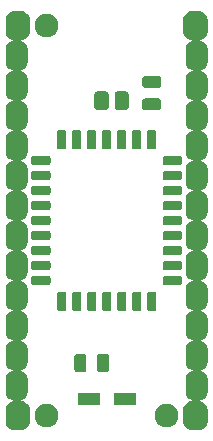
<source format=gts>
G04 #@! TF.GenerationSoftware,KiCad,Pcbnew,(5.1.5-0-10_14)*
G04 #@! TF.CreationDate,2020-12-14T09:21:21-05:00*
G04 #@! TF.ProjectId,GW28R8128,47573238-5238-4313-9238-2e6b69636164,rev?*
G04 #@! TF.SameCoordinates,Original*
G04 #@! TF.FileFunction,Soldermask,Top*
G04 #@! TF.FilePolarity,Negative*
%FSLAX46Y46*%
G04 Gerber Fmt 4.6, Leading zero omitted, Abs format (unit mm)*
G04 Created by KiCad (PCBNEW (5.1.5-0-10_14)) date 2020-12-14 09:21:21*
%MOMM*%
%LPD*%
G04 APERTURE LIST*
%ADD10C,0.100000*%
G04 APERTURE END LIST*
D10*
G36*
X56243272Y-19117538D02*
G01*
X56374402Y-19157315D01*
X56495243Y-19221906D01*
X56601165Y-19308835D01*
X56688094Y-19414757D01*
X56752685Y-19535598D01*
X56792462Y-19666728D01*
X56806200Y-19806207D01*
X56806200Y-20833793D01*
X56792462Y-20973272D01*
X56752685Y-21104402D01*
X56688094Y-21225243D01*
X56601165Y-21331165D01*
X56495243Y-21418094D01*
X56374402Y-21482685D01*
X56243272Y-21522462D01*
X56234159Y-21523360D01*
X56221950Y-21525789D01*
X56210450Y-21530552D01*
X56200100Y-21537468D01*
X56191298Y-21546270D01*
X56184382Y-21556621D01*
X56179619Y-21568121D01*
X56177191Y-21580330D01*
X56177191Y-21592778D01*
X56179620Y-21604987D01*
X56184383Y-21616487D01*
X56191299Y-21626837D01*
X56200101Y-21635639D01*
X56210452Y-21642555D01*
X56221952Y-21647318D01*
X56234160Y-21649746D01*
X56299617Y-21656193D01*
X56417613Y-21691986D01*
X56526356Y-21750110D01*
X56621669Y-21828331D01*
X56699890Y-21923644D01*
X56758014Y-22032387D01*
X56793807Y-22150383D01*
X56806200Y-22276207D01*
X56806200Y-23443793D01*
X56793807Y-23569617D01*
X56758014Y-23687613D01*
X56699890Y-23796356D01*
X56621669Y-23891669D01*
X56526356Y-23969890D01*
X56417613Y-24028014D01*
X56299617Y-24063807D01*
X56269159Y-24066807D01*
X56256950Y-24069235D01*
X56245450Y-24073999D01*
X56235100Y-24080915D01*
X56226298Y-24089717D01*
X56219382Y-24100067D01*
X56214618Y-24111567D01*
X56212190Y-24123776D01*
X56212190Y-24136224D01*
X56214618Y-24148433D01*
X56219382Y-24159933D01*
X56226298Y-24170283D01*
X56235100Y-24179085D01*
X56245450Y-24186001D01*
X56256950Y-24190765D01*
X56269159Y-24193193D01*
X56299617Y-24196193D01*
X56417613Y-24231986D01*
X56526356Y-24290110D01*
X56621669Y-24368331D01*
X56699890Y-24463644D01*
X56758014Y-24572387D01*
X56793807Y-24690383D01*
X56806200Y-24816207D01*
X56806200Y-25983793D01*
X56793807Y-26109617D01*
X56758014Y-26227613D01*
X56699890Y-26336356D01*
X56621669Y-26431669D01*
X56526356Y-26509890D01*
X56417613Y-26568014D01*
X56299617Y-26603807D01*
X56269159Y-26606807D01*
X56256950Y-26609235D01*
X56245450Y-26613999D01*
X56235100Y-26620915D01*
X56226298Y-26629717D01*
X56219382Y-26640067D01*
X56214618Y-26651567D01*
X56212190Y-26663776D01*
X56212190Y-26676224D01*
X56214618Y-26688433D01*
X56219382Y-26699933D01*
X56226298Y-26710283D01*
X56235100Y-26719085D01*
X56245450Y-26726001D01*
X56256950Y-26730765D01*
X56269159Y-26733193D01*
X56299617Y-26736193D01*
X56417613Y-26771986D01*
X56526356Y-26830110D01*
X56621669Y-26908331D01*
X56699890Y-27003644D01*
X56758014Y-27112387D01*
X56793807Y-27230383D01*
X56806200Y-27356207D01*
X56806200Y-28523793D01*
X56793807Y-28649617D01*
X56758014Y-28767613D01*
X56699890Y-28876356D01*
X56621669Y-28971669D01*
X56526356Y-29049890D01*
X56417613Y-29108014D01*
X56299617Y-29143807D01*
X56269159Y-29146807D01*
X56256950Y-29149235D01*
X56245450Y-29153999D01*
X56235100Y-29160915D01*
X56226298Y-29169717D01*
X56219382Y-29180067D01*
X56214618Y-29191567D01*
X56212190Y-29203776D01*
X56212190Y-29216224D01*
X56214618Y-29228433D01*
X56219382Y-29239933D01*
X56226298Y-29250283D01*
X56235100Y-29259085D01*
X56245450Y-29266001D01*
X56256950Y-29270765D01*
X56269159Y-29273193D01*
X56299617Y-29276193D01*
X56417613Y-29311986D01*
X56526356Y-29370110D01*
X56621669Y-29448331D01*
X56699890Y-29543644D01*
X56758014Y-29652387D01*
X56793807Y-29770383D01*
X56806200Y-29896207D01*
X56806200Y-31063793D01*
X56793807Y-31189617D01*
X56758014Y-31307613D01*
X56699890Y-31416356D01*
X56621669Y-31511669D01*
X56526356Y-31589890D01*
X56417613Y-31648014D01*
X56299617Y-31683807D01*
X56269159Y-31686807D01*
X56256950Y-31689235D01*
X56245450Y-31693999D01*
X56235100Y-31700915D01*
X56226298Y-31709717D01*
X56219382Y-31720067D01*
X56214618Y-31731567D01*
X56212190Y-31743776D01*
X56212190Y-31756224D01*
X56214618Y-31768433D01*
X56219382Y-31779933D01*
X56226298Y-31790283D01*
X56235100Y-31799085D01*
X56245450Y-31806001D01*
X56256950Y-31810765D01*
X56269159Y-31813193D01*
X56299617Y-31816193D01*
X56417613Y-31851986D01*
X56526356Y-31910110D01*
X56621669Y-31988331D01*
X56699890Y-32083644D01*
X56758014Y-32192387D01*
X56793807Y-32310383D01*
X56806200Y-32436207D01*
X56806200Y-33603793D01*
X56793807Y-33729617D01*
X56758014Y-33847613D01*
X56699890Y-33956356D01*
X56621669Y-34051669D01*
X56526356Y-34129890D01*
X56417613Y-34188014D01*
X56299617Y-34223807D01*
X56269159Y-34226807D01*
X56256950Y-34229235D01*
X56245450Y-34233999D01*
X56235100Y-34240915D01*
X56226298Y-34249717D01*
X56219382Y-34260067D01*
X56214618Y-34271567D01*
X56212190Y-34283776D01*
X56212190Y-34296224D01*
X56214618Y-34308433D01*
X56219382Y-34319933D01*
X56226298Y-34330283D01*
X56235100Y-34339085D01*
X56245450Y-34346001D01*
X56256950Y-34350765D01*
X56269159Y-34353193D01*
X56299617Y-34356193D01*
X56417613Y-34391986D01*
X56526356Y-34450110D01*
X56621669Y-34528331D01*
X56699890Y-34623644D01*
X56758014Y-34732387D01*
X56793807Y-34850383D01*
X56806200Y-34976207D01*
X56806200Y-36143793D01*
X56793807Y-36269617D01*
X56758014Y-36387613D01*
X56699890Y-36496356D01*
X56621669Y-36591669D01*
X56526356Y-36669890D01*
X56417613Y-36728014D01*
X56299617Y-36763807D01*
X56269159Y-36766807D01*
X56256950Y-36769235D01*
X56245450Y-36773999D01*
X56235100Y-36780915D01*
X56226298Y-36789717D01*
X56219382Y-36800067D01*
X56214618Y-36811567D01*
X56212190Y-36823776D01*
X56212190Y-36836224D01*
X56214618Y-36848433D01*
X56219382Y-36859933D01*
X56226298Y-36870283D01*
X56235100Y-36879085D01*
X56245450Y-36886001D01*
X56256950Y-36890765D01*
X56269159Y-36893193D01*
X56299617Y-36896193D01*
X56417613Y-36931986D01*
X56526356Y-36990110D01*
X56621669Y-37068331D01*
X56699890Y-37163644D01*
X56758014Y-37272387D01*
X56793807Y-37390383D01*
X56806200Y-37516207D01*
X56806200Y-38683793D01*
X56793807Y-38809617D01*
X56758014Y-38927613D01*
X56699890Y-39036356D01*
X56621669Y-39131669D01*
X56526356Y-39209890D01*
X56417613Y-39268014D01*
X56299617Y-39303807D01*
X56269159Y-39306807D01*
X56256950Y-39309235D01*
X56245450Y-39313999D01*
X56235100Y-39320915D01*
X56226298Y-39329717D01*
X56219382Y-39340067D01*
X56214618Y-39351567D01*
X56212190Y-39363776D01*
X56212190Y-39376224D01*
X56214618Y-39388433D01*
X56219382Y-39399933D01*
X56226298Y-39410283D01*
X56235100Y-39419085D01*
X56245450Y-39426001D01*
X56256950Y-39430765D01*
X56269159Y-39433193D01*
X56299617Y-39436193D01*
X56417613Y-39471986D01*
X56526356Y-39530110D01*
X56621669Y-39608331D01*
X56699890Y-39703644D01*
X56758014Y-39812387D01*
X56793807Y-39930383D01*
X56806200Y-40056207D01*
X56806200Y-41223793D01*
X56793807Y-41349617D01*
X56758014Y-41467613D01*
X56699890Y-41576356D01*
X56621669Y-41671669D01*
X56526356Y-41749890D01*
X56417613Y-41808014D01*
X56299617Y-41843807D01*
X56269159Y-41846807D01*
X56256950Y-41849235D01*
X56245450Y-41853999D01*
X56235100Y-41860915D01*
X56226298Y-41869717D01*
X56219382Y-41880067D01*
X56214618Y-41891567D01*
X56212190Y-41903776D01*
X56212190Y-41916224D01*
X56214618Y-41928433D01*
X56219382Y-41939933D01*
X56226298Y-41950283D01*
X56235100Y-41959085D01*
X56245450Y-41966001D01*
X56256950Y-41970765D01*
X56269159Y-41973193D01*
X56299617Y-41976193D01*
X56417613Y-42011986D01*
X56526356Y-42070110D01*
X56621669Y-42148331D01*
X56699890Y-42243644D01*
X56758014Y-42352387D01*
X56793807Y-42470383D01*
X56806200Y-42596207D01*
X56806200Y-43763793D01*
X56793807Y-43889617D01*
X56758014Y-44007613D01*
X56699890Y-44116356D01*
X56621669Y-44211669D01*
X56526356Y-44289890D01*
X56417613Y-44348014D01*
X56299617Y-44383807D01*
X56269159Y-44386807D01*
X56256950Y-44389235D01*
X56245450Y-44393999D01*
X56235100Y-44400915D01*
X56226298Y-44409717D01*
X56219382Y-44420067D01*
X56214618Y-44431567D01*
X56212190Y-44443776D01*
X56212190Y-44456224D01*
X56214618Y-44468433D01*
X56219382Y-44479933D01*
X56226298Y-44490283D01*
X56235100Y-44499085D01*
X56245450Y-44506001D01*
X56256950Y-44510765D01*
X56269159Y-44513193D01*
X56299617Y-44516193D01*
X56417613Y-44551986D01*
X56526356Y-44610110D01*
X56621669Y-44688331D01*
X56699890Y-44783644D01*
X56758014Y-44892387D01*
X56793807Y-45010383D01*
X56806200Y-45136207D01*
X56806200Y-46303793D01*
X56793807Y-46429617D01*
X56758014Y-46547613D01*
X56699890Y-46656356D01*
X56621669Y-46751669D01*
X56526356Y-46829890D01*
X56417613Y-46888014D01*
X56299617Y-46923807D01*
X56269159Y-46926807D01*
X56256950Y-46929235D01*
X56245450Y-46933999D01*
X56235100Y-46940915D01*
X56226298Y-46949717D01*
X56219382Y-46960067D01*
X56214618Y-46971567D01*
X56212190Y-46983776D01*
X56212190Y-46996224D01*
X56214618Y-47008433D01*
X56219382Y-47019933D01*
X56226298Y-47030283D01*
X56235100Y-47039085D01*
X56245450Y-47046001D01*
X56256950Y-47050765D01*
X56269159Y-47053193D01*
X56299617Y-47056193D01*
X56417613Y-47091986D01*
X56526356Y-47150110D01*
X56621669Y-47228331D01*
X56699890Y-47323644D01*
X56758014Y-47432387D01*
X56793807Y-47550383D01*
X56806200Y-47676207D01*
X56806200Y-48843793D01*
X56793807Y-48969617D01*
X56758014Y-49087613D01*
X56699890Y-49196356D01*
X56621669Y-49291669D01*
X56526356Y-49369890D01*
X56417613Y-49428014D01*
X56299617Y-49463807D01*
X56269159Y-49466807D01*
X56256950Y-49469235D01*
X56245450Y-49473999D01*
X56235100Y-49480915D01*
X56226298Y-49489717D01*
X56219382Y-49500067D01*
X56214618Y-49511567D01*
X56212190Y-49523776D01*
X56212190Y-49536224D01*
X56214618Y-49548433D01*
X56219382Y-49559933D01*
X56226298Y-49570283D01*
X56235100Y-49579085D01*
X56245450Y-49586001D01*
X56256950Y-49590765D01*
X56269159Y-49593193D01*
X56299617Y-49596193D01*
X56417613Y-49631986D01*
X56526356Y-49690110D01*
X56621669Y-49768331D01*
X56699890Y-49863644D01*
X56758014Y-49972387D01*
X56793807Y-50090383D01*
X56806200Y-50216207D01*
X56806200Y-51383793D01*
X56793807Y-51509617D01*
X56758014Y-51627613D01*
X56699890Y-51736356D01*
X56621669Y-51831669D01*
X56526356Y-51909890D01*
X56417613Y-51968014D01*
X56299617Y-52003807D01*
X56234160Y-52010254D01*
X56221951Y-52012682D01*
X56210451Y-52017446D01*
X56200101Y-52024362D01*
X56191299Y-52033164D01*
X56184383Y-52043514D01*
X56179619Y-52055014D01*
X56177191Y-52067223D01*
X56177191Y-52079671D01*
X56179619Y-52091880D01*
X56184383Y-52103380D01*
X56191299Y-52113730D01*
X56200101Y-52122532D01*
X56210451Y-52129448D01*
X56221951Y-52134212D01*
X56234159Y-52136640D01*
X56243272Y-52137538D01*
X56374402Y-52177315D01*
X56495243Y-52241906D01*
X56601165Y-52328835D01*
X56688094Y-52434757D01*
X56752685Y-52555598D01*
X56792462Y-52686728D01*
X56806200Y-52826207D01*
X56806200Y-53853793D01*
X56792462Y-53993272D01*
X56752685Y-54124402D01*
X56688094Y-54245243D01*
X56601165Y-54351165D01*
X56495243Y-54438094D01*
X56374402Y-54502685D01*
X56243272Y-54542462D01*
X56103793Y-54556200D01*
X55456207Y-54556200D01*
X55316728Y-54542462D01*
X55185598Y-54502685D01*
X55064757Y-54438094D01*
X54958835Y-54351165D01*
X54871906Y-54245243D01*
X54807315Y-54124402D01*
X54767538Y-53993272D01*
X54753800Y-53853793D01*
X54753800Y-52826207D01*
X54767538Y-52686728D01*
X54807315Y-52555598D01*
X54871906Y-52434757D01*
X54958835Y-52328835D01*
X55064757Y-52241906D01*
X55185598Y-52177315D01*
X55316728Y-52137538D01*
X55440276Y-52125369D01*
X55452485Y-52122941D01*
X55463985Y-52118177D01*
X55474335Y-52111261D01*
X55483137Y-52102459D01*
X55490053Y-52092109D01*
X55494817Y-52080609D01*
X55497245Y-52068400D01*
X55497245Y-52055952D01*
X55494817Y-52043743D01*
X55490053Y-52032243D01*
X55483137Y-52021893D01*
X55474335Y-52013091D01*
X55463985Y-52006175D01*
X55452484Y-52001411D01*
X55342387Y-51968014D01*
X55233644Y-51909890D01*
X55138331Y-51831669D01*
X55060110Y-51736356D01*
X55001986Y-51627613D01*
X54966193Y-51509617D01*
X54953800Y-51383793D01*
X54953800Y-50216207D01*
X54966193Y-50090383D01*
X55001986Y-49972387D01*
X55060110Y-49863644D01*
X55138331Y-49768331D01*
X55233644Y-49690110D01*
X55342387Y-49631986D01*
X55460383Y-49596193D01*
X55490841Y-49593193D01*
X55503050Y-49590765D01*
X55514550Y-49586001D01*
X55524900Y-49579085D01*
X55533702Y-49570283D01*
X55540618Y-49559933D01*
X55545382Y-49548433D01*
X55547810Y-49536224D01*
X55547810Y-49523776D01*
X55545382Y-49511567D01*
X55540618Y-49500067D01*
X55533702Y-49489717D01*
X55524900Y-49480915D01*
X55514550Y-49473999D01*
X55503050Y-49469235D01*
X55490841Y-49466807D01*
X55460383Y-49463807D01*
X55342387Y-49428014D01*
X55233644Y-49369890D01*
X55138331Y-49291669D01*
X55060110Y-49196356D01*
X55001986Y-49087613D01*
X54966193Y-48969617D01*
X54953800Y-48843793D01*
X54953800Y-47676207D01*
X54966193Y-47550383D01*
X55001986Y-47432387D01*
X55060110Y-47323644D01*
X55138331Y-47228331D01*
X55233644Y-47150110D01*
X55342387Y-47091986D01*
X55460383Y-47056193D01*
X55490841Y-47053193D01*
X55503050Y-47050765D01*
X55514550Y-47046001D01*
X55524900Y-47039085D01*
X55533702Y-47030283D01*
X55540618Y-47019933D01*
X55545382Y-47008433D01*
X55547810Y-46996224D01*
X55547810Y-46983776D01*
X55545382Y-46971567D01*
X55540618Y-46960067D01*
X55533702Y-46949717D01*
X55524900Y-46940915D01*
X55514550Y-46933999D01*
X55503050Y-46929235D01*
X55490841Y-46926807D01*
X55460383Y-46923807D01*
X55342387Y-46888014D01*
X55233644Y-46829890D01*
X55138331Y-46751669D01*
X55060110Y-46656356D01*
X55001986Y-46547613D01*
X54966193Y-46429617D01*
X54953800Y-46303793D01*
X54953800Y-45136207D01*
X54966193Y-45010383D01*
X55001986Y-44892387D01*
X55060110Y-44783644D01*
X55138331Y-44688331D01*
X55233644Y-44610110D01*
X55342387Y-44551986D01*
X55460383Y-44516193D01*
X55490841Y-44513193D01*
X55503050Y-44510765D01*
X55514550Y-44506001D01*
X55524900Y-44499085D01*
X55533702Y-44490283D01*
X55540618Y-44479933D01*
X55545382Y-44468433D01*
X55547810Y-44456224D01*
X55547810Y-44443776D01*
X55545382Y-44431567D01*
X55540618Y-44420067D01*
X55533702Y-44409717D01*
X55524900Y-44400915D01*
X55514550Y-44393999D01*
X55503050Y-44389235D01*
X55490841Y-44386807D01*
X55460383Y-44383807D01*
X55342387Y-44348014D01*
X55233644Y-44289890D01*
X55138331Y-44211669D01*
X55060110Y-44116356D01*
X55001986Y-44007613D01*
X54966193Y-43889617D01*
X54953800Y-43763793D01*
X54953800Y-42596207D01*
X54966193Y-42470383D01*
X55001986Y-42352387D01*
X55060110Y-42243644D01*
X55138331Y-42148331D01*
X55233644Y-42070110D01*
X55342387Y-42011986D01*
X55460383Y-41976193D01*
X55490841Y-41973193D01*
X55503050Y-41970765D01*
X55514550Y-41966001D01*
X55524900Y-41959085D01*
X55533702Y-41950283D01*
X55540618Y-41939933D01*
X55545382Y-41928433D01*
X55547810Y-41916224D01*
X55547810Y-41903776D01*
X55545382Y-41891567D01*
X55540618Y-41880067D01*
X55533702Y-41869717D01*
X55524900Y-41860915D01*
X55514550Y-41853999D01*
X55503050Y-41849235D01*
X55490841Y-41846807D01*
X55460383Y-41843807D01*
X55342387Y-41808014D01*
X55233644Y-41749890D01*
X55138331Y-41671669D01*
X55060110Y-41576356D01*
X55001986Y-41467613D01*
X54966193Y-41349617D01*
X54953800Y-41223793D01*
X54953800Y-40056207D01*
X54966193Y-39930383D01*
X55001986Y-39812387D01*
X55060110Y-39703644D01*
X55138331Y-39608331D01*
X55233644Y-39530110D01*
X55342387Y-39471986D01*
X55460383Y-39436193D01*
X55490841Y-39433193D01*
X55503050Y-39430765D01*
X55514550Y-39426001D01*
X55524900Y-39419085D01*
X55533702Y-39410283D01*
X55540618Y-39399933D01*
X55545382Y-39388433D01*
X55547810Y-39376224D01*
X55547810Y-39363776D01*
X55545382Y-39351567D01*
X55540618Y-39340067D01*
X55533702Y-39329717D01*
X55524900Y-39320915D01*
X55514550Y-39313999D01*
X55503050Y-39309235D01*
X55490841Y-39306807D01*
X55460383Y-39303807D01*
X55342387Y-39268014D01*
X55233644Y-39209890D01*
X55138331Y-39131669D01*
X55060110Y-39036356D01*
X55001986Y-38927613D01*
X54966193Y-38809617D01*
X54953800Y-38683793D01*
X54953800Y-37516207D01*
X54966193Y-37390383D01*
X55001986Y-37272387D01*
X55060110Y-37163644D01*
X55138331Y-37068331D01*
X55233644Y-36990110D01*
X55342387Y-36931986D01*
X55460383Y-36896193D01*
X55490841Y-36893193D01*
X55503050Y-36890765D01*
X55514550Y-36886001D01*
X55524900Y-36879085D01*
X55533702Y-36870283D01*
X55540618Y-36859933D01*
X55545382Y-36848433D01*
X55547810Y-36836224D01*
X55547810Y-36823776D01*
X55545382Y-36811567D01*
X55540618Y-36800067D01*
X55533702Y-36789717D01*
X55524900Y-36780915D01*
X55514550Y-36773999D01*
X55503050Y-36769235D01*
X55490841Y-36766807D01*
X55460383Y-36763807D01*
X55342387Y-36728014D01*
X55233644Y-36669890D01*
X55138331Y-36591669D01*
X55060110Y-36496356D01*
X55001986Y-36387613D01*
X54966193Y-36269617D01*
X54953800Y-36143793D01*
X54953800Y-34976207D01*
X54966193Y-34850383D01*
X55001986Y-34732387D01*
X55060110Y-34623644D01*
X55138331Y-34528331D01*
X55233644Y-34450110D01*
X55342387Y-34391986D01*
X55460383Y-34356193D01*
X55490841Y-34353193D01*
X55503050Y-34350765D01*
X55514550Y-34346001D01*
X55524900Y-34339085D01*
X55533702Y-34330283D01*
X55540618Y-34319933D01*
X55545382Y-34308433D01*
X55547810Y-34296224D01*
X55547810Y-34283776D01*
X55545382Y-34271567D01*
X55540618Y-34260067D01*
X55533702Y-34249717D01*
X55524900Y-34240915D01*
X55514550Y-34233999D01*
X55503050Y-34229235D01*
X55490841Y-34226807D01*
X55460383Y-34223807D01*
X55342387Y-34188014D01*
X55233644Y-34129890D01*
X55138331Y-34051669D01*
X55060110Y-33956356D01*
X55001986Y-33847613D01*
X54966193Y-33729617D01*
X54953800Y-33603793D01*
X54953800Y-32436207D01*
X54966193Y-32310383D01*
X55001986Y-32192387D01*
X55060110Y-32083644D01*
X55138331Y-31988331D01*
X55233644Y-31910110D01*
X55342387Y-31851986D01*
X55460383Y-31816193D01*
X55490841Y-31813193D01*
X55503050Y-31810765D01*
X55514550Y-31806001D01*
X55524900Y-31799085D01*
X55533702Y-31790283D01*
X55540618Y-31779933D01*
X55545382Y-31768433D01*
X55547810Y-31756224D01*
X55547810Y-31743776D01*
X55545382Y-31731567D01*
X55540618Y-31720067D01*
X55533702Y-31709717D01*
X55524900Y-31700915D01*
X55514550Y-31693999D01*
X55503050Y-31689235D01*
X55490841Y-31686807D01*
X55460383Y-31683807D01*
X55342387Y-31648014D01*
X55233644Y-31589890D01*
X55138331Y-31511669D01*
X55060110Y-31416356D01*
X55001986Y-31307613D01*
X54966193Y-31189617D01*
X54953800Y-31063793D01*
X54953800Y-29896207D01*
X54966193Y-29770383D01*
X55001986Y-29652387D01*
X55060110Y-29543644D01*
X55138331Y-29448331D01*
X55233644Y-29370110D01*
X55342387Y-29311986D01*
X55460383Y-29276193D01*
X55490841Y-29273193D01*
X55503050Y-29270765D01*
X55514550Y-29266001D01*
X55524900Y-29259085D01*
X55533702Y-29250283D01*
X55540618Y-29239933D01*
X55545382Y-29228433D01*
X55547810Y-29216224D01*
X55547810Y-29203776D01*
X55545382Y-29191567D01*
X55540618Y-29180067D01*
X55533702Y-29169717D01*
X55524900Y-29160915D01*
X55514550Y-29153999D01*
X55503050Y-29149235D01*
X55490841Y-29146807D01*
X55460383Y-29143807D01*
X55342387Y-29108014D01*
X55233644Y-29049890D01*
X55138331Y-28971669D01*
X55060110Y-28876356D01*
X55001986Y-28767613D01*
X54966193Y-28649617D01*
X54953800Y-28523793D01*
X54953800Y-27356207D01*
X54966193Y-27230383D01*
X55001986Y-27112387D01*
X55060110Y-27003644D01*
X55138331Y-26908331D01*
X55233644Y-26830110D01*
X55342387Y-26771986D01*
X55460383Y-26736193D01*
X55490841Y-26733193D01*
X55503050Y-26730765D01*
X55514550Y-26726001D01*
X55524900Y-26719085D01*
X55533702Y-26710283D01*
X55540618Y-26699933D01*
X55545382Y-26688433D01*
X55547810Y-26676224D01*
X55547810Y-26663776D01*
X55545382Y-26651567D01*
X55540618Y-26640067D01*
X55533702Y-26629717D01*
X55524900Y-26620915D01*
X55514550Y-26613999D01*
X55503050Y-26609235D01*
X55490841Y-26606807D01*
X55460383Y-26603807D01*
X55342387Y-26568014D01*
X55233644Y-26509890D01*
X55138331Y-26431669D01*
X55060110Y-26336356D01*
X55001986Y-26227613D01*
X54966193Y-26109617D01*
X54953800Y-25983793D01*
X54953800Y-24816207D01*
X54966193Y-24690383D01*
X55001986Y-24572387D01*
X55060110Y-24463644D01*
X55138331Y-24368331D01*
X55233644Y-24290110D01*
X55342387Y-24231986D01*
X55460383Y-24196193D01*
X55490841Y-24193193D01*
X55503050Y-24190765D01*
X55514550Y-24186001D01*
X55524900Y-24179085D01*
X55533702Y-24170283D01*
X55540618Y-24159933D01*
X55545382Y-24148433D01*
X55547810Y-24136224D01*
X55547810Y-24123776D01*
X55545382Y-24111567D01*
X55540618Y-24100067D01*
X55533702Y-24089717D01*
X55524900Y-24080915D01*
X55514550Y-24073999D01*
X55503050Y-24069235D01*
X55490841Y-24066807D01*
X55460383Y-24063807D01*
X55342387Y-24028014D01*
X55233644Y-23969890D01*
X55138331Y-23891669D01*
X55060110Y-23796356D01*
X55001986Y-23687613D01*
X54966193Y-23569617D01*
X54953800Y-23443793D01*
X54953800Y-22276207D01*
X54966193Y-22150383D01*
X55001986Y-22032387D01*
X55060110Y-21923644D01*
X55138331Y-21828331D01*
X55233644Y-21750110D01*
X55342387Y-21691986D01*
X55452484Y-21658589D01*
X55463985Y-21653825D01*
X55474335Y-21646910D01*
X55483137Y-21638108D01*
X55490053Y-21627758D01*
X55494817Y-21616257D01*
X55497245Y-21604048D01*
X55497245Y-21591600D01*
X55494817Y-21579392D01*
X55490053Y-21567891D01*
X55483138Y-21557541D01*
X55474336Y-21548739D01*
X55463986Y-21541823D01*
X55452485Y-21537059D01*
X55440276Y-21534631D01*
X55316728Y-21522462D01*
X55185598Y-21482685D01*
X55064757Y-21418094D01*
X54958835Y-21331165D01*
X54871906Y-21225243D01*
X54807315Y-21104402D01*
X54767538Y-20973272D01*
X54753800Y-20833793D01*
X54753800Y-19806207D01*
X54767538Y-19666728D01*
X54807315Y-19535598D01*
X54871906Y-19414757D01*
X54958835Y-19308835D01*
X55064757Y-19221906D01*
X55185598Y-19157315D01*
X55316728Y-19117538D01*
X55456207Y-19103800D01*
X56103793Y-19103800D01*
X56243272Y-19117538D01*
G37*
G36*
X41203272Y-19117538D02*
G01*
X41334402Y-19157315D01*
X41455243Y-19221906D01*
X41561165Y-19308835D01*
X41648094Y-19414757D01*
X41712685Y-19535598D01*
X41752462Y-19666728D01*
X41766200Y-19806207D01*
X41766200Y-20833793D01*
X41752462Y-20973272D01*
X41712685Y-21104402D01*
X41648094Y-21225243D01*
X41561165Y-21331165D01*
X41455243Y-21418094D01*
X41334402Y-21482685D01*
X41203272Y-21522462D01*
X41079724Y-21534631D01*
X41067515Y-21537059D01*
X41056015Y-21541823D01*
X41045665Y-21548739D01*
X41036863Y-21557541D01*
X41029947Y-21567891D01*
X41025183Y-21579391D01*
X41022755Y-21591600D01*
X41022755Y-21604048D01*
X41025183Y-21616257D01*
X41029947Y-21627757D01*
X41036863Y-21638107D01*
X41045665Y-21646909D01*
X41056015Y-21653825D01*
X41067516Y-21658589D01*
X41177613Y-21691986D01*
X41286356Y-21750110D01*
X41381669Y-21828331D01*
X41459890Y-21923644D01*
X41518014Y-22032387D01*
X41553807Y-22150383D01*
X41566200Y-22276207D01*
X41566200Y-23443793D01*
X41553807Y-23569617D01*
X41518014Y-23687613D01*
X41459890Y-23796356D01*
X41381669Y-23891669D01*
X41286356Y-23969890D01*
X41177613Y-24028014D01*
X41059617Y-24063807D01*
X41029159Y-24066807D01*
X41016950Y-24069235D01*
X41005450Y-24073999D01*
X40995100Y-24080915D01*
X40986298Y-24089717D01*
X40979382Y-24100067D01*
X40974618Y-24111567D01*
X40972190Y-24123776D01*
X40972190Y-24136224D01*
X40974618Y-24148433D01*
X40979382Y-24159933D01*
X40986298Y-24170283D01*
X40995100Y-24179085D01*
X41005450Y-24186001D01*
X41016950Y-24190765D01*
X41029159Y-24193193D01*
X41059617Y-24196193D01*
X41177613Y-24231986D01*
X41286356Y-24290110D01*
X41381669Y-24368331D01*
X41459890Y-24463644D01*
X41518014Y-24572387D01*
X41553807Y-24690383D01*
X41566200Y-24816207D01*
X41566200Y-25983793D01*
X41553807Y-26109617D01*
X41518014Y-26227613D01*
X41459890Y-26336356D01*
X41381669Y-26431669D01*
X41286356Y-26509890D01*
X41177613Y-26568014D01*
X41059617Y-26603807D01*
X41029159Y-26606807D01*
X41016950Y-26609235D01*
X41005450Y-26613999D01*
X40995100Y-26620915D01*
X40986298Y-26629717D01*
X40979382Y-26640067D01*
X40974618Y-26651567D01*
X40972190Y-26663776D01*
X40972190Y-26676224D01*
X40974618Y-26688433D01*
X40979382Y-26699933D01*
X40986298Y-26710283D01*
X40995100Y-26719085D01*
X41005450Y-26726001D01*
X41016950Y-26730765D01*
X41029159Y-26733193D01*
X41059617Y-26736193D01*
X41177613Y-26771986D01*
X41286356Y-26830110D01*
X41381669Y-26908331D01*
X41459890Y-27003644D01*
X41518014Y-27112387D01*
X41553807Y-27230383D01*
X41566200Y-27356207D01*
X41566200Y-28523793D01*
X41553807Y-28649617D01*
X41518014Y-28767613D01*
X41459890Y-28876356D01*
X41381669Y-28971669D01*
X41286356Y-29049890D01*
X41177613Y-29108014D01*
X41059617Y-29143807D01*
X41029159Y-29146807D01*
X41016950Y-29149235D01*
X41005450Y-29153999D01*
X40995100Y-29160915D01*
X40986298Y-29169717D01*
X40979382Y-29180067D01*
X40974618Y-29191567D01*
X40972190Y-29203776D01*
X40972190Y-29216224D01*
X40974618Y-29228433D01*
X40979382Y-29239933D01*
X40986298Y-29250283D01*
X40995100Y-29259085D01*
X41005450Y-29266001D01*
X41016950Y-29270765D01*
X41029159Y-29273193D01*
X41059617Y-29276193D01*
X41177613Y-29311986D01*
X41286356Y-29370110D01*
X41381669Y-29448331D01*
X41459890Y-29543644D01*
X41518014Y-29652387D01*
X41553807Y-29770383D01*
X41566200Y-29896207D01*
X41566200Y-31063793D01*
X41553807Y-31189617D01*
X41518014Y-31307613D01*
X41459890Y-31416356D01*
X41381669Y-31511669D01*
X41286356Y-31589890D01*
X41177613Y-31648014D01*
X41059617Y-31683807D01*
X41029159Y-31686807D01*
X41016950Y-31689235D01*
X41005450Y-31693999D01*
X40995100Y-31700915D01*
X40986298Y-31709717D01*
X40979382Y-31720067D01*
X40974618Y-31731567D01*
X40972190Y-31743776D01*
X40972190Y-31756224D01*
X40974618Y-31768433D01*
X40979382Y-31779933D01*
X40986298Y-31790283D01*
X40995100Y-31799085D01*
X41005450Y-31806001D01*
X41016950Y-31810765D01*
X41029159Y-31813193D01*
X41059617Y-31816193D01*
X41177613Y-31851986D01*
X41286356Y-31910110D01*
X41381669Y-31988331D01*
X41459890Y-32083644D01*
X41518014Y-32192387D01*
X41553807Y-32310383D01*
X41566200Y-32436207D01*
X41566200Y-33603793D01*
X41553807Y-33729617D01*
X41518014Y-33847613D01*
X41459890Y-33956356D01*
X41381669Y-34051669D01*
X41286356Y-34129890D01*
X41177613Y-34188014D01*
X41059617Y-34223807D01*
X41029159Y-34226807D01*
X41016950Y-34229235D01*
X41005450Y-34233999D01*
X40995100Y-34240915D01*
X40986298Y-34249717D01*
X40979382Y-34260067D01*
X40974618Y-34271567D01*
X40972190Y-34283776D01*
X40972190Y-34296224D01*
X40974618Y-34308433D01*
X40979382Y-34319933D01*
X40986298Y-34330283D01*
X40995100Y-34339085D01*
X41005450Y-34346001D01*
X41016950Y-34350765D01*
X41029159Y-34353193D01*
X41059617Y-34356193D01*
X41177613Y-34391986D01*
X41286356Y-34450110D01*
X41381669Y-34528331D01*
X41459890Y-34623644D01*
X41518014Y-34732387D01*
X41553807Y-34850383D01*
X41566200Y-34976207D01*
X41566200Y-36143793D01*
X41553807Y-36269617D01*
X41518014Y-36387613D01*
X41459890Y-36496356D01*
X41381669Y-36591669D01*
X41286356Y-36669890D01*
X41177613Y-36728014D01*
X41059617Y-36763807D01*
X41029159Y-36766807D01*
X41016950Y-36769235D01*
X41005450Y-36773999D01*
X40995100Y-36780915D01*
X40986298Y-36789717D01*
X40979382Y-36800067D01*
X40974618Y-36811567D01*
X40972190Y-36823776D01*
X40972190Y-36836224D01*
X40974618Y-36848433D01*
X40979382Y-36859933D01*
X40986298Y-36870283D01*
X40995100Y-36879085D01*
X41005450Y-36886001D01*
X41016950Y-36890765D01*
X41029159Y-36893193D01*
X41059617Y-36896193D01*
X41177613Y-36931986D01*
X41286356Y-36990110D01*
X41381669Y-37068331D01*
X41459890Y-37163644D01*
X41518014Y-37272387D01*
X41553807Y-37390383D01*
X41566200Y-37516207D01*
X41566200Y-38683793D01*
X41553807Y-38809617D01*
X41518014Y-38927613D01*
X41459890Y-39036356D01*
X41381669Y-39131669D01*
X41286356Y-39209890D01*
X41177613Y-39268014D01*
X41059617Y-39303807D01*
X41029159Y-39306807D01*
X41016950Y-39309235D01*
X41005450Y-39313999D01*
X40995100Y-39320915D01*
X40986298Y-39329717D01*
X40979382Y-39340067D01*
X40974618Y-39351567D01*
X40972190Y-39363776D01*
X40972190Y-39376224D01*
X40974618Y-39388433D01*
X40979382Y-39399933D01*
X40986298Y-39410283D01*
X40995100Y-39419085D01*
X41005450Y-39426001D01*
X41016950Y-39430765D01*
X41029159Y-39433193D01*
X41059617Y-39436193D01*
X41177613Y-39471986D01*
X41286356Y-39530110D01*
X41381669Y-39608331D01*
X41459890Y-39703644D01*
X41518014Y-39812387D01*
X41553807Y-39930383D01*
X41566200Y-40056207D01*
X41566200Y-41223793D01*
X41553807Y-41349617D01*
X41518014Y-41467613D01*
X41459890Y-41576356D01*
X41381669Y-41671669D01*
X41286356Y-41749890D01*
X41177613Y-41808014D01*
X41059617Y-41843807D01*
X41029159Y-41846807D01*
X41016950Y-41849235D01*
X41005450Y-41853999D01*
X40995100Y-41860915D01*
X40986298Y-41869717D01*
X40979382Y-41880067D01*
X40974618Y-41891567D01*
X40972190Y-41903776D01*
X40972190Y-41916224D01*
X40974618Y-41928433D01*
X40979382Y-41939933D01*
X40986298Y-41950283D01*
X40995100Y-41959085D01*
X41005450Y-41966001D01*
X41016950Y-41970765D01*
X41029159Y-41973193D01*
X41059617Y-41976193D01*
X41177613Y-42011986D01*
X41286356Y-42070110D01*
X41381669Y-42148331D01*
X41459890Y-42243644D01*
X41518014Y-42352387D01*
X41553807Y-42470383D01*
X41566200Y-42596207D01*
X41566200Y-43763793D01*
X41553807Y-43889617D01*
X41518014Y-44007613D01*
X41459890Y-44116356D01*
X41381669Y-44211669D01*
X41286356Y-44289890D01*
X41177613Y-44348014D01*
X41059617Y-44383807D01*
X41029159Y-44386807D01*
X41016950Y-44389235D01*
X41005450Y-44393999D01*
X40995100Y-44400915D01*
X40986298Y-44409717D01*
X40979382Y-44420067D01*
X40974618Y-44431567D01*
X40972190Y-44443776D01*
X40972190Y-44456224D01*
X40974618Y-44468433D01*
X40979382Y-44479933D01*
X40986298Y-44490283D01*
X40995100Y-44499085D01*
X41005450Y-44506001D01*
X41016950Y-44510765D01*
X41029159Y-44513193D01*
X41059617Y-44516193D01*
X41177613Y-44551986D01*
X41286356Y-44610110D01*
X41381669Y-44688331D01*
X41459890Y-44783644D01*
X41518014Y-44892387D01*
X41553807Y-45010383D01*
X41566200Y-45136207D01*
X41566200Y-46303793D01*
X41553807Y-46429617D01*
X41518014Y-46547613D01*
X41459890Y-46656356D01*
X41381669Y-46751669D01*
X41286356Y-46829890D01*
X41177613Y-46888014D01*
X41059617Y-46923807D01*
X41029159Y-46926807D01*
X41016950Y-46929235D01*
X41005450Y-46933999D01*
X40995100Y-46940915D01*
X40986298Y-46949717D01*
X40979382Y-46960067D01*
X40974618Y-46971567D01*
X40972190Y-46983776D01*
X40972190Y-46996224D01*
X40974618Y-47008433D01*
X40979382Y-47019933D01*
X40986298Y-47030283D01*
X40995100Y-47039085D01*
X41005450Y-47046001D01*
X41016950Y-47050765D01*
X41029159Y-47053193D01*
X41059617Y-47056193D01*
X41177613Y-47091986D01*
X41286356Y-47150110D01*
X41381669Y-47228331D01*
X41459890Y-47323644D01*
X41518014Y-47432387D01*
X41553807Y-47550383D01*
X41566200Y-47676207D01*
X41566200Y-48843793D01*
X41553807Y-48969617D01*
X41518014Y-49087613D01*
X41459890Y-49196356D01*
X41381669Y-49291669D01*
X41286356Y-49369890D01*
X41177613Y-49428014D01*
X41059617Y-49463807D01*
X41029159Y-49466807D01*
X41016950Y-49469235D01*
X41005450Y-49473999D01*
X40995100Y-49480915D01*
X40986298Y-49489717D01*
X40979382Y-49500067D01*
X40974618Y-49511567D01*
X40972190Y-49523776D01*
X40972190Y-49536224D01*
X40974618Y-49548433D01*
X40979382Y-49559933D01*
X40986298Y-49570283D01*
X40995100Y-49579085D01*
X41005450Y-49586001D01*
X41016950Y-49590765D01*
X41029159Y-49593193D01*
X41059617Y-49596193D01*
X41177613Y-49631986D01*
X41286356Y-49690110D01*
X41381669Y-49768331D01*
X41459890Y-49863644D01*
X41518014Y-49972387D01*
X41553807Y-50090383D01*
X41566200Y-50216207D01*
X41566200Y-51383793D01*
X41553807Y-51509617D01*
X41518014Y-51627613D01*
X41459890Y-51736356D01*
X41381669Y-51831669D01*
X41286356Y-51909890D01*
X41177613Y-51968014D01*
X41067516Y-52001411D01*
X41056015Y-52006175D01*
X41045665Y-52013090D01*
X41036863Y-52021892D01*
X41029947Y-52032242D01*
X41025183Y-52043743D01*
X41022755Y-52055952D01*
X41022755Y-52068400D01*
X41025183Y-52080608D01*
X41029947Y-52092109D01*
X41036862Y-52102459D01*
X41045664Y-52111261D01*
X41056014Y-52118177D01*
X41067515Y-52122941D01*
X41079724Y-52125369D01*
X41203272Y-52137538D01*
X41334402Y-52177315D01*
X41455243Y-52241906D01*
X41561165Y-52328835D01*
X41648094Y-52434757D01*
X41712685Y-52555598D01*
X41752462Y-52686728D01*
X41766200Y-52826207D01*
X41766200Y-53853793D01*
X41752462Y-53993272D01*
X41712685Y-54124402D01*
X41648094Y-54245243D01*
X41561165Y-54351165D01*
X41455243Y-54438094D01*
X41334402Y-54502685D01*
X41203272Y-54542462D01*
X41063793Y-54556200D01*
X40416207Y-54556200D01*
X40276728Y-54542462D01*
X40145598Y-54502685D01*
X40024757Y-54438094D01*
X39918835Y-54351165D01*
X39831906Y-54245243D01*
X39767315Y-54124402D01*
X39727538Y-53993272D01*
X39713800Y-53853793D01*
X39713800Y-52826207D01*
X39727538Y-52686728D01*
X39767315Y-52555598D01*
X39831906Y-52434757D01*
X39918835Y-52328835D01*
X40024757Y-52241906D01*
X40145598Y-52177315D01*
X40276728Y-52137538D01*
X40285841Y-52136640D01*
X40298050Y-52134211D01*
X40309550Y-52129448D01*
X40319900Y-52122532D01*
X40328702Y-52113730D01*
X40335618Y-52103379D01*
X40340381Y-52091879D01*
X40342809Y-52079670D01*
X40342809Y-52067222D01*
X40340380Y-52055013D01*
X40335617Y-52043513D01*
X40328701Y-52033163D01*
X40319899Y-52024361D01*
X40309548Y-52017445D01*
X40298048Y-52012682D01*
X40285840Y-52010254D01*
X40220383Y-52003807D01*
X40102387Y-51968014D01*
X39993644Y-51909890D01*
X39898331Y-51831669D01*
X39820110Y-51736356D01*
X39761986Y-51627613D01*
X39726193Y-51509617D01*
X39713800Y-51383793D01*
X39713800Y-50216207D01*
X39726193Y-50090383D01*
X39761986Y-49972387D01*
X39820110Y-49863644D01*
X39898331Y-49768331D01*
X39993644Y-49690110D01*
X40102387Y-49631986D01*
X40220383Y-49596193D01*
X40250841Y-49593193D01*
X40263050Y-49590765D01*
X40274550Y-49586001D01*
X40284900Y-49579085D01*
X40293702Y-49570283D01*
X40300618Y-49559933D01*
X40305382Y-49548433D01*
X40307810Y-49536224D01*
X40307810Y-49523776D01*
X40305382Y-49511567D01*
X40300618Y-49500067D01*
X40293702Y-49489717D01*
X40284900Y-49480915D01*
X40274550Y-49473999D01*
X40263050Y-49469235D01*
X40250841Y-49466807D01*
X40220383Y-49463807D01*
X40102387Y-49428014D01*
X39993644Y-49369890D01*
X39898331Y-49291669D01*
X39820110Y-49196356D01*
X39761986Y-49087613D01*
X39726193Y-48969617D01*
X39713800Y-48843793D01*
X39713800Y-47676207D01*
X39726193Y-47550383D01*
X39761986Y-47432387D01*
X39820110Y-47323644D01*
X39898331Y-47228331D01*
X39993644Y-47150110D01*
X40102387Y-47091986D01*
X40220383Y-47056193D01*
X40250841Y-47053193D01*
X40263050Y-47050765D01*
X40274550Y-47046001D01*
X40284900Y-47039085D01*
X40293702Y-47030283D01*
X40300618Y-47019933D01*
X40305382Y-47008433D01*
X40307810Y-46996224D01*
X40307810Y-46983776D01*
X40305382Y-46971567D01*
X40300618Y-46960067D01*
X40293702Y-46949717D01*
X40284900Y-46940915D01*
X40274550Y-46933999D01*
X40263050Y-46929235D01*
X40250841Y-46926807D01*
X40220383Y-46923807D01*
X40102387Y-46888014D01*
X39993644Y-46829890D01*
X39898331Y-46751669D01*
X39820110Y-46656356D01*
X39761986Y-46547613D01*
X39726193Y-46429617D01*
X39713800Y-46303793D01*
X39713800Y-45136207D01*
X39726193Y-45010383D01*
X39761986Y-44892387D01*
X39820110Y-44783644D01*
X39898331Y-44688331D01*
X39993644Y-44610110D01*
X40102387Y-44551986D01*
X40220383Y-44516193D01*
X40250841Y-44513193D01*
X40263050Y-44510765D01*
X40274550Y-44506001D01*
X40284900Y-44499085D01*
X40293702Y-44490283D01*
X40300618Y-44479933D01*
X40305382Y-44468433D01*
X40307810Y-44456224D01*
X40307810Y-44443776D01*
X40305382Y-44431567D01*
X40300618Y-44420067D01*
X40293702Y-44409717D01*
X40284900Y-44400915D01*
X40274550Y-44393999D01*
X40263050Y-44389235D01*
X40250841Y-44386807D01*
X40220383Y-44383807D01*
X40102387Y-44348014D01*
X39993644Y-44289890D01*
X39898331Y-44211669D01*
X39820110Y-44116356D01*
X39761986Y-44007613D01*
X39726193Y-43889617D01*
X39713800Y-43763793D01*
X39713800Y-42596207D01*
X39726193Y-42470383D01*
X39761986Y-42352387D01*
X39820110Y-42243644D01*
X39898331Y-42148331D01*
X39993644Y-42070110D01*
X40102387Y-42011986D01*
X40220383Y-41976193D01*
X40250841Y-41973193D01*
X40263050Y-41970765D01*
X40274550Y-41966001D01*
X40284900Y-41959085D01*
X40293702Y-41950283D01*
X40300618Y-41939933D01*
X40305382Y-41928433D01*
X40307810Y-41916224D01*
X40307810Y-41903776D01*
X40305382Y-41891567D01*
X40300618Y-41880067D01*
X40293702Y-41869717D01*
X40284900Y-41860915D01*
X40274550Y-41853999D01*
X40263050Y-41849235D01*
X40250841Y-41846807D01*
X40220383Y-41843807D01*
X40102387Y-41808014D01*
X39993644Y-41749890D01*
X39898331Y-41671669D01*
X39820110Y-41576356D01*
X39761986Y-41467613D01*
X39726193Y-41349617D01*
X39713800Y-41223793D01*
X39713800Y-40056207D01*
X39726193Y-39930383D01*
X39761986Y-39812387D01*
X39820110Y-39703644D01*
X39898331Y-39608331D01*
X39993644Y-39530110D01*
X40102387Y-39471986D01*
X40220383Y-39436193D01*
X40250841Y-39433193D01*
X40263050Y-39430765D01*
X40274550Y-39426001D01*
X40284900Y-39419085D01*
X40293702Y-39410283D01*
X40300618Y-39399933D01*
X40305382Y-39388433D01*
X40307810Y-39376224D01*
X40307810Y-39363776D01*
X40305382Y-39351567D01*
X40300618Y-39340067D01*
X40293702Y-39329717D01*
X40284900Y-39320915D01*
X40274550Y-39313999D01*
X40263050Y-39309235D01*
X40250841Y-39306807D01*
X40220383Y-39303807D01*
X40102387Y-39268014D01*
X39993644Y-39209890D01*
X39898331Y-39131669D01*
X39820110Y-39036356D01*
X39761986Y-38927613D01*
X39726193Y-38809617D01*
X39713800Y-38683793D01*
X39713800Y-37516207D01*
X39726193Y-37390383D01*
X39761986Y-37272387D01*
X39820110Y-37163644D01*
X39898331Y-37068331D01*
X39993644Y-36990110D01*
X40102387Y-36931986D01*
X40220383Y-36896193D01*
X40250841Y-36893193D01*
X40263050Y-36890765D01*
X40274550Y-36886001D01*
X40284900Y-36879085D01*
X40293702Y-36870283D01*
X40300618Y-36859933D01*
X40305382Y-36848433D01*
X40307810Y-36836224D01*
X40307810Y-36823776D01*
X40305382Y-36811567D01*
X40300618Y-36800067D01*
X40293702Y-36789717D01*
X40284900Y-36780915D01*
X40274550Y-36773999D01*
X40263050Y-36769235D01*
X40250841Y-36766807D01*
X40220383Y-36763807D01*
X40102387Y-36728014D01*
X39993644Y-36669890D01*
X39898331Y-36591669D01*
X39820110Y-36496356D01*
X39761986Y-36387613D01*
X39726193Y-36269617D01*
X39713800Y-36143793D01*
X39713800Y-34976207D01*
X39726193Y-34850383D01*
X39761986Y-34732387D01*
X39820110Y-34623644D01*
X39898331Y-34528331D01*
X39993644Y-34450110D01*
X40102387Y-34391986D01*
X40220383Y-34356193D01*
X40250841Y-34353193D01*
X40263050Y-34350765D01*
X40274550Y-34346001D01*
X40284900Y-34339085D01*
X40293702Y-34330283D01*
X40300618Y-34319933D01*
X40305382Y-34308433D01*
X40307810Y-34296224D01*
X40307810Y-34283776D01*
X40305382Y-34271567D01*
X40300618Y-34260067D01*
X40293702Y-34249717D01*
X40284900Y-34240915D01*
X40274550Y-34233999D01*
X40263050Y-34229235D01*
X40250841Y-34226807D01*
X40220383Y-34223807D01*
X40102387Y-34188014D01*
X39993644Y-34129890D01*
X39898331Y-34051669D01*
X39820110Y-33956356D01*
X39761986Y-33847613D01*
X39726193Y-33729617D01*
X39713800Y-33603793D01*
X39713800Y-32436207D01*
X39726193Y-32310383D01*
X39761986Y-32192387D01*
X39820110Y-32083644D01*
X39898331Y-31988331D01*
X39993644Y-31910110D01*
X40102387Y-31851986D01*
X40220383Y-31816193D01*
X40250841Y-31813193D01*
X40263050Y-31810765D01*
X40274550Y-31806001D01*
X40284900Y-31799085D01*
X40293702Y-31790283D01*
X40300618Y-31779933D01*
X40305382Y-31768433D01*
X40307810Y-31756224D01*
X40307810Y-31743776D01*
X40305382Y-31731567D01*
X40300618Y-31720067D01*
X40293702Y-31709717D01*
X40284900Y-31700915D01*
X40274550Y-31693999D01*
X40263050Y-31689235D01*
X40250841Y-31686807D01*
X40220383Y-31683807D01*
X40102387Y-31648014D01*
X39993644Y-31589890D01*
X39898331Y-31511669D01*
X39820110Y-31416356D01*
X39761986Y-31307613D01*
X39726193Y-31189617D01*
X39713800Y-31063793D01*
X39713800Y-29896207D01*
X39726193Y-29770383D01*
X39761986Y-29652387D01*
X39820110Y-29543644D01*
X39898331Y-29448331D01*
X39993644Y-29370110D01*
X40102387Y-29311986D01*
X40220383Y-29276193D01*
X40250841Y-29273193D01*
X40263050Y-29270765D01*
X40274550Y-29266001D01*
X40284900Y-29259085D01*
X40293702Y-29250283D01*
X40300618Y-29239933D01*
X40305382Y-29228433D01*
X40307810Y-29216224D01*
X40307810Y-29203776D01*
X40305382Y-29191567D01*
X40300618Y-29180067D01*
X40293702Y-29169717D01*
X40284900Y-29160915D01*
X40274550Y-29153999D01*
X40263050Y-29149235D01*
X40250841Y-29146807D01*
X40220383Y-29143807D01*
X40102387Y-29108014D01*
X39993644Y-29049890D01*
X39898331Y-28971669D01*
X39820110Y-28876356D01*
X39761986Y-28767613D01*
X39726193Y-28649617D01*
X39713800Y-28523793D01*
X39713800Y-27356207D01*
X39726193Y-27230383D01*
X39761986Y-27112387D01*
X39820110Y-27003644D01*
X39898331Y-26908331D01*
X39993644Y-26830110D01*
X40102387Y-26771986D01*
X40220383Y-26736193D01*
X40250841Y-26733193D01*
X40263050Y-26730765D01*
X40274550Y-26726001D01*
X40284900Y-26719085D01*
X40293702Y-26710283D01*
X40300618Y-26699933D01*
X40305382Y-26688433D01*
X40307810Y-26676224D01*
X40307810Y-26663776D01*
X40305382Y-26651567D01*
X40300618Y-26640067D01*
X40293702Y-26629717D01*
X40284900Y-26620915D01*
X40274550Y-26613999D01*
X40263050Y-26609235D01*
X40250841Y-26606807D01*
X40220383Y-26603807D01*
X40102387Y-26568014D01*
X39993644Y-26509890D01*
X39898331Y-26431669D01*
X39820110Y-26336356D01*
X39761986Y-26227613D01*
X39726193Y-26109617D01*
X39713800Y-25983793D01*
X39713800Y-24816207D01*
X39726193Y-24690383D01*
X39761986Y-24572387D01*
X39820110Y-24463644D01*
X39898331Y-24368331D01*
X39993644Y-24290110D01*
X40102387Y-24231986D01*
X40220383Y-24196193D01*
X40250841Y-24193193D01*
X40263050Y-24190765D01*
X40274550Y-24186001D01*
X40284900Y-24179085D01*
X40293702Y-24170283D01*
X40300618Y-24159933D01*
X40305382Y-24148433D01*
X40307810Y-24136224D01*
X40307810Y-24123776D01*
X40305382Y-24111567D01*
X40300618Y-24100067D01*
X40293702Y-24089717D01*
X40284900Y-24080915D01*
X40274550Y-24073999D01*
X40263050Y-24069235D01*
X40250841Y-24066807D01*
X40220383Y-24063807D01*
X40102387Y-24028014D01*
X39993644Y-23969890D01*
X39898331Y-23891669D01*
X39820110Y-23796356D01*
X39761986Y-23687613D01*
X39726193Y-23569617D01*
X39713800Y-23443793D01*
X39713800Y-22276207D01*
X39726193Y-22150383D01*
X39761986Y-22032387D01*
X39820110Y-21923644D01*
X39898331Y-21828331D01*
X39993644Y-21750110D01*
X40102387Y-21691986D01*
X40220383Y-21656193D01*
X40285840Y-21649746D01*
X40298049Y-21647318D01*
X40309549Y-21642554D01*
X40319899Y-21635638D01*
X40328701Y-21626836D01*
X40335617Y-21616486D01*
X40340381Y-21604986D01*
X40342809Y-21592777D01*
X40342809Y-21580329D01*
X40340381Y-21568120D01*
X40335617Y-21556620D01*
X40328701Y-21546270D01*
X40319899Y-21537468D01*
X40309549Y-21530552D01*
X40298049Y-21525788D01*
X40285841Y-21523360D01*
X40276728Y-21522462D01*
X40145598Y-21482685D01*
X40024757Y-21418094D01*
X39918835Y-21331165D01*
X39831906Y-21225243D01*
X39767315Y-21104402D01*
X39727538Y-20973272D01*
X39713800Y-20833793D01*
X39713800Y-19806207D01*
X39727538Y-19666728D01*
X39767315Y-19535598D01*
X39831906Y-19414757D01*
X39918835Y-19308835D01*
X40024757Y-19221906D01*
X40145598Y-19157315D01*
X40276728Y-19117538D01*
X40416207Y-19103800D01*
X41063793Y-19103800D01*
X41203272Y-19117538D01*
G37*
G36*
X53631692Y-52378429D02*
G01*
X53813679Y-52453811D01*
X53977458Y-52563245D01*
X53977460Y-52563247D01*
X53977463Y-52563249D01*
X54116751Y-52702537D01*
X54116753Y-52702540D01*
X54116755Y-52702542D01*
X54226189Y-52866321D01*
X54301571Y-53048308D01*
X54340000Y-53241509D01*
X54340000Y-53438491D01*
X54301571Y-53631692D01*
X54226189Y-53813679D01*
X54116755Y-53977458D01*
X54116753Y-53977460D01*
X54116751Y-53977463D01*
X53977463Y-54116751D01*
X53977460Y-54116753D01*
X53977458Y-54116755D01*
X53813679Y-54226189D01*
X53631692Y-54301571D01*
X53438491Y-54340000D01*
X53241509Y-54340000D01*
X53048308Y-54301571D01*
X52866321Y-54226189D01*
X52702542Y-54116755D01*
X52702540Y-54116753D01*
X52702537Y-54116751D01*
X52563249Y-53977463D01*
X52563247Y-53977460D01*
X52563245Y-53977458D01*
X52453811Y-53813679D01*
X52378429Y-53631692D01*
X52340000Y-53438491D01*
X52340000Y-53241509D01*
X52378429Y-53048308D01*
X52453811Y-52866321D01*
X52563245Y-52702542D01*
X52563247Y-52702540D01*
X52563249Y-52702537D01*
X52702537Y-52563249D01*
X52702540Y-52563247D01*
X52702542Y-52563245D01*
X52866321Y-52453811D01*
X53048308Y-52378429D01*
X53241509Y-52340000D01*
X53438491Y-52340000D01*
X53631692Y-52378429D01*
G37*
G36*
X43471692Y-52378429D02*
G01*
X43653679Y-52453811D01*
X43817458Y-52563245D01*
X43817460Y-52563247D01*
X43817463Y-52563249D01*
X43956751Y-52702537D01*
X43956753Y-52702540D01*
X43956755Y-52702542D01*
X44066189Y-52866321D01*
X44141571Y-53048308D01*
X44180000Y-53241509D01*
X44180000Y-53438491D01*
X44141571Y-53631692D01*
X44066189Y-53813679D01*
X43956755Y-53977458D01*
X43956753Y-53977460D01*
X43956751Y-53977463D01*
X43817463Y-54116751D01*
X43817460Y-54116753D01*
X43817458Y-54116755D01*
X43653679Y-54226189D01*
X43471692Y-54301571D01*
X43278491Y-54340000D01*
X43081509Y-54340000D01*
X42888308Y-54301571D01*
X42706321Y-54226189D01*
X42542542Y-54116755D01*
X42542540Y-54116753D01*
X42542537Y-54116751D01*
X42403249Y-53977463D01*
X42403247Y-53977460D01*
X42403245Y-53977458D01*
X42293811Y-53813679D01*
X42218429Y-53631692D01*
X42180000Y-53438491D01*
X42180000Y-53241509D01*
X42218429Y-53048308D01*
X42293811Y-52866321D01*
X42403245Y-52702542D01*
X42403247Y-52702540D01*
X42403249Y-52702537D01*
X42542537Y-52563249D01*
X42542540Y-52563247D01*
X42542542Y-52563245D01*
X42706321Y-52453811D01*
X42888308Y-52378429D01*
X43081509Y-52340000D01*
X43278491Y-52340000D01*
X43471692Y-52378429D01*
G37*
G36*
X47662200Y-52469200D02*
G01*
X45809800Y-52469200D01*
X45809800Y-51416800D01*
X47662200Y-51416800D01*
X47662200Y-52469200D01*
G37*
G36*
X50710200Y-52469200D02*
G01*
X48857800Y-52469200D01*
X48857800Y-51416800D01*
X50710200Y-51416800D01*
X50710200Y-52469200D01*
G37*
G36*
X46364986Y-48123306D02*
G01*
X46405980Y-48135742D01*
X46443767Y-48155939D01*
X46476883Y-48183117D01*
X46504061Y-48216233D01*
X46524258Y-48254020D01*
X46536694Y-48295014D01*
X46541200Y-48340767D01*
X46541200Y-49449233D01*
X46536694Y-49494986D01*
X46524258Y-49535980D01*
X46504061Y-49573767D01*
X46476883Y-49606883D01*
X46443767Y-49634061D01*
X46405980Y-49654258D01*
X46364986Y-49666694D01*
X46319233Y-49671200D01*
X45760767Y-49671200D01*
X45715014Y-49666694D01*
X45674020Y-49654258D01*
X45636233Y-49634061D01*
X45603117Y-49606883D01*
X45575939Y-49573767D01*
X45555742Y-49535980D01*
X45543306Y-49494986D01*
X45538800Y-49449233D01*
X45538800Y-48340767D01*
X45543306Y-48295014D01*
X45555742Y-48254020D01*
X45575939Y-48216233D01*
X45603117Y-48183117D01*
X45636233Y-48155939D01*
X45674020Y-48135742D01*
X45715014Y-48123306D01*
X45760767Y-48118800D01*
X46319233Y-48118800D01*
X46364986Y-48123306D01*
G37*
G36*
X48264986Y-48123306D02*
G01*
X48305980Y-48135742D01*
X48343767Y-48155939D01*
X48376883Y-48183117D01*
X48404061Y-48216233D01*
X48424258Y-48254020D01*
X48436694Y-48295014D01*
X48441200Y-48340767D01*
X48441200Y-49449233D01*
X48436694Y-49494986D01*
X48424258Y-49535980D01*
X48404061Y-49573767D01*
X48376883Y-49606883D01*
X48343767Y-49634061D01*
X48305980Y-49654258D01*
X48264986Y-49666694D01*
X48219233Y-49671200D01*
X47660767Y-49671200D01*
X47615014Y-49666694D01*
X47574020Y-49654258D01*
X47536233Y-49634061D01*
X47503117Y-49606883D01*
X47475939Y-49573767D01*
X47455742Y-49535980D01*
X47443306Y-49494986D01*
X47438800Y-49449233D01*
X47438800Y-48340767D01*
X47443306Y-48295014D01*
X47455742Y-48254020D01*
X47475939Y-48216233D01*
X47503117Y-48183117D01*
X47536233Y-48155939D01*
X47574020Y-48135742D01*
X47615014Y-48123306D01*
X47660767Y-48118800D01*
X48219233Y-48118800D01*
X48264986Y-48123306D01*
G37*
G36*
X51050290Y-42857105D02*
G01*
X51079568Y-42865986D01*
X51106545Y-42880406D01*
X51130190Y-42899810D01*
X51149594Y-42923455D01*
X51164014Y-42950432D01*
X51172895Y-42979710D01*
X51176200Y-43013267D01*
X51176200Y-44321733D01*
X51172895Y-44355290D01*
X51164014Y-44384568D01*
X51149594Y-44411545D01*
X51130190Y-44435190D01*
X51106545Y-44454594D01*
X51079568Y-44469014D01*
X51050290Y-44477895D01*
X51016733Y-44481200D01*
X50583267Y-44481200D01*
X50549710Y-44477895D01*
X50520432Y-44469014D01*
X50493455Y-44454594D01*
X50469810Y-44435190D01*
X50450406Y-44411545D01*
X50435986Y-44384568D01*
X50427105Y-44355290D01*
X50423800Y-44321733D01*
X50423800Y-43013267D01*
X50427105Y-42979710D01*
X50435986Y-42950432D01*
X50450406Y-42923455D01*
X50469810Y-42899810D01*
X50493455Y-42880406D01*
X50520432Y-42865986D01*
X50549710Y-42857105D01*
X50583267Y-42853800D01*
X51016733Y-42853800D01*
X51050290Y-42857105D01*
G37*
G36*
X44700290Y-42857105D02*
G01*
X44729568Y-42865986D01*
X44756545Y-42880406D01*
X44780190Y-42899810D01*
X44799594Y-42923455D01*
X44814014Y-42950432D01*
X44822895Y-42979710D01*
X44826200Y-43013267D01*
X44826200Y-44321733D01*
X44822895Y-44355290D01*
X44814014Y-44384568D01*
X44799594Y-44411545D01*
X44780190Y-44435190D01*
X44756545Y-44454594D01*
X44729568Y-44469014D01*
X44700290Y-44477895D01*
X44666733Y-44481200D01*
X44233267Y-44481200D01*
X44199710Y-44477895D01*
X44170432Y-44469014D01*
X44143455Y-44454594D01*
X44119810Y-44435190D01*
X44100406Y-44411545D01*
X44085986Y-44384568D01*
X44077105Y-44355290D01*
X44073800Y-44321733D01*
X44073800Y-43013267D01*
X44077105Y-42979710D01*
X44085986Y-42950432D01*
X44100406Y-42923455D01*
X44119810Y-42899810D01*
X44143455Y-42880406D01*
X44170432Y-42865986D01*
X44199710Y-42857105D01*
X44233267Y-42853800D01*
X44666733Y-42853800D01*
X44700290Y-42857105D01*
G37*
G36*
X47240290Y-42857105D02*
G01*
X47269568Y-42865986D01*
X47296545Y-42880406D01*
X47320190Y-42899810D01*
X47339594Y-42923455D01*
X47354014Y-42950432D01*
X47362895Y-42979710D01*
X47366200Y-43013267D01*
X47366200Y-44321733D01*
X47362895Y-44355290D01*
X47354014Y-44384568D01*
X47339594Y-44411545D01*
X47320190Y-44435190D01*
X47296545Y-44454594D01*
X47269568Y-44469014D01*
X47240290Y-44477895D01*
X47206733Y-44481200D01*
X46773267Y-44481200D01*
X46739710Y-44477895D01*
X46710432Y-44469014D01*
X46683455Y-44454594D01*
X46659810Y-44435190D01*
X46640406Y-44411545D01*
X46625986Y-44384568D01*
X46617105Y-44355290D01*
X46613800Y-44321733D01*
X46613800Y-43013267D01*
X46617105Y-42979710D01*
X46625986Y-42950432D01*
X46640406Y-42923455D01*
X46659810Y-42899810D01*
X46683455Y-42880406D01*
X46710432Y-42865986D01*
X46739710Y-42857105D01*
X46773267Y-42853800D01*
X47206733Y-42853800D01*
X47240290Y-42857105D01*
G37*
G36*
X48510290Y-42857105D02*
G01*
X48539568Y-42865986D01*
X48566545Y-42880406D01*
X48590190Y-42899810D01*
X48609594Y-42923455D01*
X48624014Y-42950432D01*
X48632895Y-42979710D01*
X48636200Y-43013267D01*
X48636200Y-44321733D01*
X48632895Y-44355290D01*
X48624014Y-44384568D01*
X48609594Y-44411545D01*
X48590190Y-44435190D01*
X48566545Y-44454594D01*
X48539568Y-44469014D01*
X48510290Y-44477895D01*
X48476733Y-44481200D01*
X48043267Y-44481200D01*
X48009710Y-44477895D01*
X47980432Y-44469014D01*
X47953455Y-44454594D01*
X47929810Y-44435190D01*
X47910406Y-44411545D01*
X47895986Y-44384568D01*
X47887105Y-44355290D01*
X47883800Y-44321733D01*
X47883800Y-43013267D01*
X47887105Y-42979710D01*
X47895986Y-42950432D01*
X47910406Y-42923455D01*
X47929810Y-42899810D01*
X47953455Y-42880406D01*
X47980432Y-42865986D01*
X48009710Y-42857105D01*
X48043267Y-42853800D01*
X48476733Y-42853800D01*
X48510290Y-42857105D01*
G37*
G36*
X49780290Y-42857105D02*
G01*
X49809568Y-42865986D01*
X49836545Y-42880406D01*
X49860190Y-42899810D01*
X49879594Y-42923455D01*
X49894014Y-42950432D01*
X49902895Y-42979710D01*
X49906200Y-43013267D01*
X49906200Y-44321733D01*
X49902895Y-44355290D01*
X49894014Y-44384568D01*
X49879594Y-44411545D01*
X49860190Y-44435190D01*
X49836545Y-44454594D01*
X49809568Y-44469014D01*
X49780290Y-44477895D01*
X49746733Y-44481200D01*
X49313267Y-44481200D01*
X49279710Y-44477895D01*
X49250432Y-44469014D01*
X49223455Y-44454594D01*
X49199810Y-44435190D01*
X49180406Y-44411545D01*
X49165986Y-44384568D01*
X49157105Y-44355290D01*
X49153800Y-44321733D01*
X49153800Y-43013267D01*
X49157105Y-42979710D01*
X49165986Y-42950432D01*
X49180406Y-42923455D01*
X49199810Y-42899810D01*
X49223455Y-42880406D01*
X49250432Y-42865986D01*
X49279710Y-42857105D01*
X49313267Y-42853800D01*
X49746733Y-42853800D01*
X49780290Y-42857105D01*
G37*
G36*
X52320290Y-42857105D02*
G01*
X52349568Y-42865986D01*
X52376545Y-42880406D01*
X52400190Y-42899810D01*
X52419594Y-42923455D01*
X52434014Y-42950432D01*
X52442895Y-42979710D01*
X52446200Y-43013267D01*
X52446200Y-44321733D01*
X52442895Y-44355290D01*
X52434014Y-44384568D01*
X52419594Y-44411545D01*
X52400190Y-44435190D01*
X52376545Y-44454594D01*
X52349568Y-44469014D01*
X52320290Y-44477895D01*
X52286733Y-44481200D01*
X51853267Y-44481200D01*
X51819710Y-44477895D01*
X51790432Y-44469014D01*
X51763455Y-44454594D01*
X51739810Y-44435190D01*
X51720406Y-44411545D01*
X51705986Y-44384568D01*
X51697105Y-44355290D01*
X51693800Y-44321733D01*
X51693800Y-43013267D01*
X51697105Y-42979710D01*
X51705986Y-42950432D01*
X51720406Y-42923455D01*
X51739810Y-42899810D01*
X51763455Y-42880406D01*
X51790432Y-42865986D01*
X51819710Y-42857105D01*
X51853267Y-42853800D01*
X52286733Y-42853800D01*
X52320290Y-42857105D01*
G37*
G36*
X45970290Y-42857105D02*
G01*
X45999568Y-42865986D01*
X46026545Y-42880406D01*
X46050190Y-42899810D01*
X46069594Y-42923455D01*
X46084014Y-42950432D01*
X46092895Y-42979710D01*
X46096200Y-43013267D01*
X46096200Y-44321733D01*
X46092895Y-44355290D01*
X46084014Y-44384568D01*
X46069594Y-44411545D01*
X46050190Y-44435190D01*
X46026545Y-44454594D01*
X45999568Y-44469014D01*
X45970290Y-44477895D01*
X45936733Y-44481200D01*
X45503267Y-44481200D01*
X45469710Y-44477895D01*
X45440432Y-44469014D01*
X45413455Y-44454594D01*
X45389810Y-44435190D01*
X45370406Y-44411545D01*
X45355986Y-44384568D01*
X45347105Y-44355290D01*
X45343800Y-44321733D01*
X45343800Y-43013267D01*
X45347105Y-42979710D01*
X45355986Y-42950432D01*
X45370406Y-42923455D01*
X45389810Y-42899810D01*
X45413455Y-42880406D01*
X45440432Y-42865986D01*
X45469710Y-42857105D01*
X45503267Y-42853800D01*
X45936733Y-42853800D01*
X45970290Y-42857105D01*
G37*
G36*
X43385290Y-41537105D02*
G01*
X43414568Y-41545986D01*
X43441545Y-41560406D01*
X43465190Y-41579810D01*
X43484594Y-41603455D01*
X43499014Y-41630432D01*
X43507895Y-41659710D01*
X43511200Y-41693267D01*
X43511200Y-42126733D01*
X43507895Y-42160290D01*
X43499014Y-42189568D01*
X43484594Y-42216545D01*
X43465190Y-42240190D01*
X43441545Y-42259594D01*
X43414568Y-42274014D01*
X43385290Y-42282895D01*
X43351733Y-42286200D01*
X42043267Y-42286200D01*
X42009710Y-42282895D01*
X41980432Y-42274014D01*
X41953455Y-42259594D01*
X41929810Y-42240190D01*
X41910406Y-42216545D01*
X41895986Y-42189568D01*
X41887105Y-42160290D01*
X41883800Y-42126733D01*
X41883800Y-41693267D01*
X41887105Y-41659710D01*
X41895986Y-41630432D01*
X41910406Y-41603455D01*
X41929810Y-41579810D01*
X41953455Y-41560406D01*
X41980432Y-41545986D01*
X42009710Y-41537105D01*
X42043267Y-41533800D01*
X43351733Y-41533800D01*
X43385290Y-41537105D01*
G37*
G36*
X54510290Y-41537105D02*
G01*
X54539568Y-41545986D01*
X54566545Y-41560406D01*
X54590190Y-41579810D01*
X54609594Y-41603455D01*
X54624014Y-41630432D01*
X54632895Y-41659710D01*
X54636200Y-41693267D01*
X54636200Y-42126733D01*
X54632895Y-42160290D01*
X54624014Y-42189568D01*
X54609594Y-42216545D01*
X54590190Y-42240190D01*
X54566545Y-42259594D01*
X54539568Y-42274014D01*
X54510290Y-42282895D01*
X54476733Y-42286200D01*
X53168267Y-42286200D01*
X53134710Y-42282895D01*
X53105432Y-42274014D01*
X53078455Y-42259594D01*
X53054810Y-42240190D01*
X53035406Y-42216545D01*
X53020986Y-42189568D01*
X53012105Y-42160290D01*
X53008800Y-42126733D01*
X53008800Y-41693267D01*
X53012105Y-41659710D01*
X53020986Y-41630432D01*
X53035406Y-41603455D01*
X53054810Y-41579810D01*
X53078455Y-41560406D01*
X53105432Y-41545986D01*
X53134710Y-41537105D01*
X53168267Y-41533800D01*
X54476733Y-41533800D01*
X54510290Y-41537105D01*
G37*
G36*
X43385290Y-40267105D02*
G01*
X43414568Y-40275986D01*
X43441545Y-40290406D01*
X43465190Y-40309810D01*
X43484594Y-40333455D01*
X43499014Y-40360432D01*
X43507895Y-40389710D01*
X43511200Y-40423267D01*
X43511200Y-40856733D01*
X43507895Y-40890290D01*
X43499014Y-40919568D01*
X43484594Y-40946545D01*
X43465190Y-40970190D01*
X43441545Y-40989594D01*
X43414568Y-41004014D01*
X43385290Y-41012895D01*
X43351733Y-41016200D01*
X42043267Y-41016200D01*
X42009710Y-41012895D01*
X41980432Y-41004014D01*
X41953455Y-40989594D01*
X41929810Y-40970190D01*
X41910406Y-40946545D01*
X41895986Y-40919568D01*
X41887105Y-40890290D01*
X41883800Y-40856733D01*
X41883800Y-40423267D01*
X41887105Y-40389710D01*
X41895986Y-40360432D01*
X41910406Y-40333455D01*
X41929810Y-40309810D01*
X41953455Y-40290406D01*
X41980432Y-40275986D01*
X42009710Y-40267105D01*
X42043267Y-40263800D01*
X43351733Y-40263800D01*
X43385290Y-40267105D01*
G37*
G36*
X54510290Y-40267105D02*
G01*
X54539568Y-40275986D01*
X54566545Y-40290406D01*
X54590190Y-40309810D01*
X54609594Y-40333455D01*
X54624014Y-40360432D01*
X54632895Y-40389710D01*
X54636200Y-40423267D01*
X54636200Y-40856733D01*
X54632895Y-40890290D01*
X54624014Y-40919568D01*
X54609594Y-40946545D01*
X54590190Y-40970190D01*
X54566545Y-40989594D01*
X54539568Y-41004014D01*
X54510290Y-41012895D01*
X54476733Y-41016200D01*
X53168267Y-41016200D01*
X53134710Y-41012895D01*
X53105432Y-41004014D01*
X53078455Y-40989594D01*
X53054810Y-40970190D01*
X53035406Y-40946545D01*
X53020986Y-40919568D01*
X53012105Y-40890290D01*
X53008800Y-40856733D01*
X53008800Y-40423267D01*
X53012105Y-40389710D01*
X53020986Y-40360432D01*
X53035406Y-40333455D01*
X53054810Y-40309810D01*
X53078455Y-40290406D01*
X53105432Y-40275986D01*
X53134710Y-40267105D01*
X53168267Y-40263800D01*
X54476733Y-40263800D01*
X54510290Y-40267105D01*
G37*
G36*
X54510290Y-38997105D02*
G01*
X54539568Y-39005986D01*
X54566545Y-39020406D01*
X54590190Y-39039810D01*
X54609594Y-39063455D01*
X54624014Y-39090432D01*
X54632895Y-39119710D01*
X54636200Y-39153267D01*
X54636200Y-39586733D01*
X54632895Y-39620290D01*
X54624014Y-39649568D01*
X54609594Y-39676545D01*
X54590190Y-39700190D01*
X54566545Y-39719594D01*
X54539568Y-39734014D01*
X54510290Y-39742895D01*
X54476733Y-39746200D01*
X53168267Y-39746200D01*
X53134710Y-39742895D01*
X53105432Y-39734014D01*
X53078455Y-39719594D01*
X53054810Y-39700190D01*
X53035406Y-39676545D01*
X53020986Y-39649568D01*
X53012105Y-39620290D01*
X53008800Y-39586733D01*
X53008800Y-39153267D01*
X53012105Y-39119710D01*
X53020986Y-39090432D01*
X53035406Y-39063455D01*
X53054810Y-39039810D01*
X53078455Y-39020406D01*
X53105432Y-39005986D01*
X53134710Y-38997105D01*
X53168267Y-38993800D01*
X54476733Y-38993800D01*
X54510290Y-38997105D01*
G37*
G36*
X43385290Y-38997105D02*
G01*
X43414568Y-39005986D01*
X43441545Y-39020406D01*
X43465190Y-39039810D01*
X43484594Y-39063455D01*
X43499014Y-39090432D01*
X43507895Y-39119710D01*
X43511200Y-39153267D01*
X43511200Y-39586733D01*
X43507895Y-39620290D01*
X43499014Y-39649568D01*
X43484594Y-39676545D01*
X43465190Y-39700190D01*
X43441545Y-39719594D01*
X43414568Y-39734014D01*
X43385290Y-39742895D01*
X43351733Y-39746200D01*
X42043267Y-39746200D01*
X42009710Y-39742895D01*
X41980432Y-39734014D01*
X41953455Y-39719594D01*
X41929810Y-39700190D01*
X41910406Y-39676545D01*
X41895986Y-39649568D01*
X41887105Y-39620290D01*
X41883800Y-39586733D01*
X41883800Y-39153267D01*
X41887105Y-39119710D01*
X41895986Y-39090432D01*
X41910406Y-39063455D01*
X41929810Y-39039810D01*
X41953455Y-39020406D01*
X41980432Y-39005986D01*
X42009710Y-38997105D01*
X42043267Y-38993800D01*
X43351733Y-38993800D01*
X43385290Y-38997105D01*
G37*
G36*
X54510290Y-37727105D02*
G01*
X54539568Y-37735986D01*
X54566545Y-37750406D01*
X54590190Y-37769810D01*
X54609594Y-37793455D01*
X54624014Y-37820432D01*
X54632895Y-37849710D01*
X54636200Y-37883267D01*
X54636200Y-38316733D01*
X54632895Y-38350290D01*
X54624014Y-38379568D01*
X54609594Y-38406545D01*
X54590190Y-38430190D01*
X54566545Y-38449594D01*
X54539568Y-38464014D01*
X54510290Y-38472895D01*
X54476733Y-38476200D01*
X53168267Y-38476200D01*
X53134710Y-38472895D01*
X53105432Y-38464014D01*
X53078455Y-38449594D01*
X53054810Y-38430190D01*
X53035406Y-38406545D01*
X53020986Y-38379568D01*
X53012105Y-38350290D01*
X53008800Y-38316733D01*
X53008800Y-37883267D01*
X53012105Y-37849710D01*
X53020986Y-37820432D01*
X53035406Y-37793455D01*
X53054810Y-37769810D01*
X53078455Y-37750406D01*
X53105432Y-37735986D01*
X53134710Y-37727105D01*
X53168267Y-37723800D01*
X54476733Y-37723800D01*
X54510290Y-37727105D01*
G37*
G36*
X43385290Y-37727105D02*
G01*
X43414568Y-37735986D01*
X43441545Y-37750406D01*
X43465190Y-37769810D01*
X43484594Y-37793455D01*
X43499014Y-37820432D01*
X43507895Y-37849710D01*
X43511200Y-37883267D01*
X43511200Y-38316733D01*
X43507895Y-38350290D01*
X43499014Y-38379568D01*
X43484594Y-38406545D01*
X43465190Y-38430190D01*
X43441545Y-38449594D01*
X43414568Y-38464014D01*
X43385290Y-38472895D01*
X43351733Y-38476200D01*
X42043267Y-38476200D01*
X42009710Y-38472895D01*
X41980432Y-38464014D01*
X41953455Y-38449594D01*
X41929810Y-38430190D01*
X41910406Y-38406545D01*
X41895986Y-38379568D01*
X41887105Y-38350290D01*
X41883800Y-38316733D01*
X41883800Y-37883267D01*
X41887105Y-37849710D01*
X41895986Y-37820432D01*
X41910406Y-37793455D01*
X41929810Y-37769810D01*
X41953455Y-37750406D01*
X41980432Y-37735986D01*
X42009710Y-37727105D01*
X42043267Y-37723800D01*
X43351733Y-37723800D01*
X43385290Y-37727105D01*
G37*
G36*
X54510290Y-36457105D02*
G01*
X54539568Y-36465986D01*
X54566545Y-36480406D01*
X54590190Y-36499810D01*
X54609594Y-36523455D01*
X54624014Y-36550432D01*
X54632895Y-36579710D01*
X54636200Y-36613267D01*
X54636200Y-37046733D01*
X54632895Y-37080290D01*
X54624014Y-37109568D01*
X54609594Y-37136545D01*
X54590190Y-37160190D01*
X54566545Y-37179594D01*
X54539568Y-37194014D01*
X54510290Y-37202895D01*
X54476733Y-37206200D01*
X53168267Y-37206200D01*
X53134710Y-37202895D01*
X53105432Y-37194014D01*
X53078455Y-37179594D01*
X53054810Y-37160190D01*
X53035406Y-37136545D01*
X53020986Y-37109568D01*
X53012105Y-37080290D01*
X53008800Y-37046733D01*
X53008800Y-36613267D01*
X53012105Y-36579710D01*
X53020986Y-36550432D01*
X53035406Y-36523455D01*
X53054810Y-36499810D01*
X53078455Y-36480406D01*
X53105432Y-36465986D01*
X53134710Y-36457105D01*
X53168267Y-36453800D01*
X54476733Y-36453800D01*
X54510290Y-36457105D01*
G37*
G36*
X43385290Y-36457105D02*
G01*
X43414568Y-36465986D01*
X43441545Y-36480406D01*
X43465190Y-36499810D01*
X43484594Y-36523455D01*
X43499014Y-36550432D01*
X43507895Y-36579710D01*
X43511200Y-36613267D01*
X43511200Y-37046733D01*
X43507895Y-37080290D01*
X43499014Y-37109568D01*
X43484594Y-37136545D01*
X43465190Y-37160190D01*
X43441545Y-37179594D01*
X43414568Y-37194014D01*
X43385290Y-37202895D01*
X43351733Y-37206200D01*
X42043267Y-37206200D01*
X42009710Y-37202895D01*
X41980432Y-37194014D01*
X41953455Y-37179594D01*
X41929810Y-37160190D01*
X41910406Y-37136545D01*
X41895986Y-37109568D01*
X41887105Y-37080290D01*
X41883800Y-37046733D01*
X41883800Y-36613267D01*
X41887105Y-36579710D01*
X41895986Y-36550432D01*
X41910406Y-36523455D01*
X41929810Y-36499810D01*
X41953455Y-36480406D01*
X41980432Y-36465986D01*
X42009710Y-36457105D01*
X42043267Y-36453800D01*
X43351733Y-36453800D01*
X43385290Y-36457105D01*
G37*
G36*
X54510290Y-35187105D02*
G01*
X54539568Y-35195986D01*
X54566545Y-35210406D01*
X54590190Y-35229810D01*
X54609594Y-35253455D01*
X54624014Y-35280432D01*
X54632895Y-35309710D01*
X54636200Y-35343267D01*
X54636200Y-35776733D01*
X54632895Y-35810290D01*
X54624014Y-35839568D01*
X54609594Y-35866545D01*
X54590190Y-35890190D01*
X54566545Y-35909594D01*
X54539568Y-35924014D01*
X54510290Y-35932895D01*
X54476733Y-35936200D01*
X53168267Y-35936200D01*
X53134710Y-35932895D01*
X53105432Y-35924014D01*
X53078455Y-35909594D01*
X53054810Y-35890190D01*
X53035406Y-35866545D01*
X53020986Y-35839568D01*
X53012105Y-35810290D01*
X53008800Y-35776733D01*
X53008800Y-35343267D01*
X53012105Y-35309710D01*
X53020986Y-35280432D01*
X53035406Y-35253455D01*
X53054810Y-35229810D01*
X53078455Y-35210406D01*
X53105432Y-35195986D01*
X53134710Y-35187105D01*
X53168267Y-35183800D01*
X54476733Y-35183800D01*
X54510290Y-35187105D01*
G37*
G36*
X43385290Y-35187105D02*
G01*
X43414568Y-35195986D01*
X43441545Y-35210406D01*
X43465190Y-35229810D01*
X43484594Y-35253455D01*
X43499014Y-35280432D01*
X43507895Y-35309710D01*
X43511200Y-35343267D01*
X43511200Y-35776733D01*
X43507895Y-35810290D01*
X43499014Y-35839568D01*
X43484594Y-35866545D01*
X43465190Y-35890190D01*
X43441545Y-35909594D01*
X43414568Y-35924014D01*
X43385290Y-35932895D01*
X43351733Y-35936200D01*
X42043267Y-35936200D01*
X42009710Y-35932895D01*
X41980432Y-35924014D01*
X41953455Y-35909594D01*
X41929810Y-35890190D01*
X41910406Y-35866545D01*
X41895986Y-35839568D01*
X41887105Y-35810290D01*
X41883800Y-35776733D01*
X41883800Y-35343267D01*
X41887105Y-35309710D01*
X41895986Y-35280432D01*
X41910406Y-35253455D01*
X41929810Y-35229810D01*
X41953455Y-35210406D01*
X41980432Y-35195986D01*
X42009710Y-35187105D01*
X42043267Y-35183800D01*
X43351733Y-35183800D01*
X43385290Y-35187105D01*
G37*
G36*
X43385290Y-33917105D02*
G01*
X43414568Y-33925986D01*
X43441545Y-33940406D01*
X43465190Y-33959810D01*
X43484594Y-33983455D01*
X43499014Y-34010432D01*
X43507895Y-34039710D01*
X43511200Y-34073267D01*
X43511200Y-34506733D01*
X43507895Y-34540290D01*
X43499014Y-34569568D01*
X43484594Y-34596545D01*
X43465190Y-34620190D01*
X43441545Y-34639594D01*
X43414568Y-34654014D01*
X43385290Y-34662895D01*
X43351733Y-34666200D01*
X42043267Y-34666200D01*
X42009710Y-34662895D01*
X41980432Y-34654014D01*
X41953455Y-34639594D01*
X41929810Y-34620190D01*
X41910406Y-34596545D01*
X41895986Y-34569568D01*
X41887105Y-34540290D01*
X41883800Y-34506733D01*
X41883800Y-34073267D01*
X41887105Y-34039710D01*
X41895986Y-34010432D01*
X41910406Y-33983455D01*
X41929810Y-33959810D01*
X41953455Y-33940406D01*
X41980432Y-33925986D01*
X42009710Y-33917105D01*
X42043267Y-33913800D01*
X43351733Y-33913800D01*
X43385290Y-33917105D01*
G37*
G36*
X54510290Y-33917105D02*
G01*
X54539568Y-33925986D01*
X54566545Y-33940406D01*
X54590190Y-33959810D01*
X54609594Y-33983455D01*
X54624014Y-34010432D01*
X54632895Y-34039710D01*
X54636200Y-34073267D01*
X54636200Y-34506733D01*
X54632895Y-34540290D01*
X54624014Y-34569568D01*
X54609594Y-34596545D01*
X54590190Y-34620190D01*
X54566545Y-34639594D01*
X54539568Y-34654014D01*
X54510290Y-34662895D01*
X54476733Y-34666200D01*
X53168267Y-34666200D01*
X53134710Y-34662895D01*
X53105432Y-34654014D01*
X53078455Y-34639594D01*
X53054810Y-34620190D01*
X53035406Y-34596545D01*
X53020986Y-34569568D01*
X53012105Y-34540290D01*
X53008800Y-34506733D01*
X53008800Y-34073267D01*
X53012105Y-34039710D01*
X53020986Y-34010432D01*
X53035406Y-33983455D01*
X53054810Y-33959810D01*
X53078455Y-33940406D01*
X53105432Y-33925986D01*
X53134710Y-33917105D01*
X53168267Y-33913800D01*
X54476733Y-33913800D01*
X54510290Y-33917105D01*
G37*
G36*
X43385290Y-32647105D02*
G01*
X43414568Y-32655986D01*
X43441545Y-32670406D01*
X43465190Y-32689810D01*
X43484594Y-32713455D01*
X43499014Y-32740432D01*
X43507895Y-32769710D01*
X43511200Y-32803267D01*
X43511200Y-33236733D01*
X43507895Y-33270290D01*
X43499014Y-33299568D01*
X43484594Y-33326545D01*
X43465190Y-33350190D01*
X43441545Y-33369594D01*
X43414568Y-33384014D01*
X43385290Y-33392895D01*
X43351733Y-33396200D01*
X42043267Y-33396200D01*
X42009710Y-33392895D01*
X41980432Y-33384014D01*
X41953455Y-33369594D01*
X41929810Y-33350190D01*
X41910406Y-33326545D01*
X41895986Y-33299568D01*
X41887105Y-33270290D01*
X41883800Y-33236733D01*
X41883800Y-32803267D01*
X41887105Y-32769710D01*
X41895986Y-32740432D01*
X41910406Y-32713455D01*
X41929810Y-32689810D01*
X41953455Y-32670406D01*
X41980432Y-32655986D01*
X42009710Y-32647105D01*
X42043267Y-32643800D01*
X43351733Y-32643800D01*
X43385290Y-32647105D01*
G37*
G36*
X54510290Y-32647105D02*
G01*
X54539568Y-32655986D01*
X54566545Y-32670406D01*
X54590190Y-32689810D01*
X54609594Y-32713455D01*
X54624014Y-32740432D01*
X54632895Y-32769710D01*
X54636200Y-32803267D01*
X54636200Y-33236733D01*
X54632895Y-33270290D01*
X54624014Y-33299568D01*
X54609594Y-33326545D01*
X54590190Y-33350190D01*
X54566545Y-33369594D01*
X54539568Y-33384014D01*
X54510290Y-33392895D01*
X54476733Y-33396200D01*
X53168267Y-33396200D01*
X53134710Y-33392895D01*
X53105432Y-33384014D01*
X53078455Y-33369594D01*
X53054810Y-33350190D01*
X53035406Y-33326545D01*
X53020986Y-33299568D01*
X53012105Y-33270290D01*
X53008800Y-33236733D01*
X53008800Y-32803267D01*
X53012105Y-32769710D01*
X53020986Y-32740432D01*
X53035406Y-32713455D01*
X53054810Y-32689810D01*
X53078455Y-32670406D01*
X53105432Y-32655986D01*
X53134710Y-32647105D01*
X53168267Y-32643800D01*
X54476733Y-32643800D01*
X54510290Y-32647105D01*
G37*
G36*
X43385290Y-31377105D02*
G01*
X43414568Y-31385986D01*
X43441545Y-31400406D01*
X43465190Y-31419810D01*
X43484594Y-31443455D01*
X43499014Y-31470432D01*
X43507895Y-31499710D01*
X43511200Y-31533267D01*
X43511200Y-31966733D01*
X43507895Y-32000290D01*
X43499014Y-32029568D01*
X43484594Y-32056545D01*
X43465190Y-32080190D01*
X43441545Y-32099594D01*
X43414568Y-32114014D01*
X43385290Y-32122895D01*
X43351733Y-32126200D01*
X42043267Y-32126200D01*
X42009710Y-32122895D01*
X41980432Y-32114014D01*
X41953455Y-32099594D01*
X41929810Y-32080190D01*
X41910406Y-32056545D01*
X41895986Y-32029568D01*
X41887105Y-32000290D01*
X41883800Y-31966733D01*
X41883800Y-31533267D01*
X41887105Y-31499710D01*
X41895986Y-31470432D01*
X41910406Y-31443455D01*
X41929810Y-31419810D01*
X41953455Y-31400406D01*
X41980432Y-31385986D01*
X42009710Y-31377105D01*
X42043267Y-31373800D01*
X43351733Y-31373800D01*
X43385290Y-31377105D01*
G37*
G36*
X54510290Y-31377105D02*
G01*
X54539568Y-31385986D01*
X54566545Y-31400406D01*
X54590190Y-31419810D01*
X54609594Y-31443455D01*
X54624014Y-31470432D01*
X54632895Y-31499710D01*
X54636200Y-31533267D01*
X54636200Y-31966733D01*
X54632895Y-32000290D01*
X54624014Y-32029568D01*
X54609594Y-32056545D01*
X54590190Y-32080190D01*
X54566545Y-32099594D01*
X54539568Y-32114014D01*
X54510290Y-32122895D01*
X54476733Y-32126200D01*
X53168267Y-32126200D01*
X53134710Y-32122895D01*
X53105432Y-32114014D01*
X53078455Y-32099594D01*
X53054810Y-32080190D01*
X53035406Y-32056545D01*
X53020986Y-32029568D01*
X53012105Y-32000290D01*
X53008800Y-31966733D01*
X53008800Y-31533267D01*
X53012105Y-31499710D01*
X53020986Y-31470432D01*
X53035406Y-31443455D01*
X53054810Y-31419810D01*
X53078455Y-31400406D01*
X53105432Y-31385986D01*
X53134710Y-31377105D01*
X53168267Y-31373800D01*
X54476733Y-31373800D01*
X54510290Y-31377105D01*
G37*
G36*
X45970290Y-29182105D02*
G01*
X45999568Y-29190986D01*
X46026545Y-29205406D01*
X46050190Y-29224810D01*
X46069594Y-29248455D01*
X46084014Y-29275432D01*
X46092895Y-29304710D01*
X46096200Y-29338267D01*
X46096200Y-30646733D01*
X46092895Y-30680290D01*
X46084014Y-30709568D01*
X46069594Y-30736545D01*
X46050190Y-30760190D01*
X46026545Y-30779594D01*
X45999568Y-30794014D01*
X45970290Y-30802895D01*
X45936733Y-30806200D01*
X45503267Y-30806200D01*
X45469710Y-30802895D01*
X45440432Y-30794014D01*
X45413455Y-30779594D01*
X45389810Y-30760190D01*
X45370406Y-30736545D01*
X45355986Y-30709568D01*
X45347105Y-30680290D01*
X45343800Y-30646733D01*
X45343800Y-29338267D01*
X45347105Y-29304710D01*
X45355986Y-29275432D01*
X45370406Y-29248455D01*
X45389810Y-29224810D01*
X45413455Y-29205406D01*
X45440432Y-29190986D01*
X45469710Y-29182105D01*
X45503267Y-29178800D01*
X45936733Y-29178800D01*
X45970290Y-29182105D01*
G37*
G36*
X49780290Y-29182105D02*
G01*
X49809568Y-29190986D01*
X49836545Y-29205406D01*
X49860190Y-29224810D01*
X49879594Y-29248455D01*
X49894014Y-29275432D01*
X49902895Y-29304710D01*
X49906200Y-29338267D01*
X49906200Y-30646733D01*
X49902895Y-30680290D01*
X49894014Y-30709568D01*
X49879594Y-30736545D01*
X49860190Y-30760190D01*
X49836545Y-30779594D01*
X49809568Y-30794014D01*
X49780290Y-30802895D01*
X49746733Y-30806200D01*
X49313267Y-30806200D01*
X49279710Y-30802895D01*
X49250432Y-30794014D01*
X49223455Y-30779594D01*
X49199810Y-30760190D01*
X49180406Y-30736545D01*
X49165986Y-30709568D01*
X49157105Y-30680290D01*
X49153800Y-30646733D01*
X49153800Y-29338267D01*
X49157105Y-29304710D01*
X49165986Y-29275432D01*
X49180406Y-29248455D01*
X49199810Y-29224810D01*
X49223455Y-29205406D01*
X49250432Y-29190986D01*
X49279710Y-29182105D01*
X49313267Y-29178800D01*
X49746733Y-29178800D01*
X49780290Y-29182105D01*
G37*
G36*
X51050290Y-29182105D02*
G01*
X51079568Y-29190986D01*
X51106545Y-29205406D01*
X51130190Y-29224810D01*
X51149594Y-29248455D01*
X51164014Y-29275432D01*
X51172895Y-29304710D01*
X51176200Y-29338267D01*
X51176200Y-30646733D01*
X51172895Y-30680290D01*
X51164014Y-30709568D01*
X51149594Y-30736545D01*
X51130190Y-30760190D01*
X51106545Y-30779594D01*
X51079568Y-30794014D01*
X51050290Y-30802895D01*
X51016733Y-30806200D01*
X50583267Y-30806200D01*
X50549710Y-30802895D01*
X50520432Y-30794014D01*
X50493455Y-30779594D01*
X50469810Y-30760190D01*
X50450406Y-30736545D01*
X50435986Y-30709568D01*
X50427105Y-30680290D01*
X50423800Y-30646733D01*
X50423800Y-29338267D01*
X50427105Y-29304710D01*
X50435986Y-29275432D01*
X50450406Y-29248455D01*
X50469810Y-29224810D01*
X50493455Y-29205406D01*
X50520432Y-29190986D01*
X50549710Y-29182105D01*
X50583267Y-29178800D01*
X51016733Y-29178800D01*
X51050290Y-29182105D01*
G37*
G36*
X52320290Y-29182105D02*
G01*
X52349568Y-29190986D01*
X52376545Y-29205406D01*
X52400190Y-29224810D01*
X52419594Y-29248455D01*
X52434014Y-29275432D01*
X52442895Y-29304710D01*
X52446200Y-29338267D01*
X52446200Y-30646733D01*
X52442895Y-30680290D01*
X52434014Y-30709568D01*
X52419594Y-30736545D01*
X52400190Y-30760190D01*
X52376545Y-30779594D01*
X52349568Y-30794014D01*
X52320290Y-30802895D01*
X52286733Y-30806200D01*
X51853267Y-30806200D01*
X51819710Y-30802895D01*
X51790432Y-30794014D01*
X51763455Y-30779594D01*
X51739810Y-30760190D01*
X51720406Y-30736545D01*
X51705986Y-30709568D01*
X51697105Y-30680290D01*
X51693800Y-30646733D01*
X51693800Y-29338267D01*
X51697105Y-29304710D01*
X51705986Y-29275432D01*
X51720406Y-29248455D01*
X51739810Y-29224810D01*
X51763455Y-29205406D01*
X51790432Y-29190986D01*
X51819710Y-29182105D01*
X51853267Y-29178800D01*
X52286733Y-29178800D01*
X52320290Y-29182105D01*
G37*
G36*
X48510290Y-29182105D02*
G01*
X48539568Y-29190986D01*
X48566545Y-29205406D01*
X48590190Y-29224810D01*
X48609594Y-29248455D01*
X48624014Y-29275432D01*
X48632895Y-29304710D01*
X48636200Y-29338267D01*
X48636200Y-30646733D01*
X48632895Y-30680290D01*
X48624014Y-30709568D01*
X48609594Y-30736545D01*
X48590190Y-30760190D01*
X48566545Y-30779594D01*
X48539568Y-30794014D01*
X48510290Y-30802895D01*
X48476733Y-30806200D01*
X48043267Y-30806200D01*
X48009710Y-30802895D01*
X47980432Y-30794014D01*
X47953455Y-30779594D01*
X47929810Y-30760190D01*
X47910406Y-30736545D01*
X47895986Y-30709568D01*
X47887105Y-30680290D01*
X47883800Y-30646733D01*
X47883800Y-29338267D01*
X47887105Y-29304710D01*
X47895986Y-29275432D01*
X47910406Y-29248455D01*
X47929810Y-29224810D01*
X47953455Y-29205406D01*
X47980432Y-29190986D01*
X48009710Y-29182105D01*
X48043267Y-29178800D01*
X48476733Y-29178800D01*
X48510290Y-29182105D01*
G37*
G36*
X44700290Y-29182105D02*
G01*
X44729568Y-29190986D01*
X44756545Y-29205406D01*
X44780190Y-29224810D01*
X44799594Y-29248455D01*
X44814014Y-29275432D01*
X44822895Y-29304710D01*
X44826200Y-29338267D01*
X44826200Y-30646733D01*
X44822895Y-30680290D01*
X44814014Y-30709568D01*
X44799594Y-30736545D01*
X44780190Y-30760190D01*
X44756545Y-30779594D01*
X44729568Y-30794014D01*
X44700290Y-30802895D01*
X44666733Y-30806200D01*
X44233267Y-30806200D01*
X44199710Y-30802895D01*
X44170432Y-30794014D01*
X44143455Y-30779594D01*
X44119810Y-30760190D01*
X44100406Y-30736545D01*
X44085986Y-30709568D01*
X44077105Y-30680290D01*
X44073800Y-30646733D01*
X44073800Y-29338267D01*
X44077105Y-29304710D01*
X44085986Y-29275432D01*
X44100406Y-29248455D01*
X44119810Y-29224810D01*
X44143455Y-29205406D01*
X44170432Y-29190986D01*
X44199710Y-29182105D01*
X44233267Y-29178800D01*
X44666733Y-29178800D01*
X44700290Y-29182105D01*
G37*
G36*
X47240290Y-29182105D02*
G01*
X47269568Y-29190986D01*
X47296545Y-29205406D01*
X47320190Y-29224810D01*
X47339594Y-29248455D01*
X47354014Y-29275432D01*
X47362895Y-29304710D01*
X47366200Y-29338267D01*
X47366200Y-30646733D01*
X47362895Y-30680290D01*
X47354014Y-30709568D01*
X47339594Y-30736545D01*
X47320190Y-30760190D01*
X47296545Y-30779594D01*
X47269568Y-30794014D01*
X47240290Y-30802895D01*
X47206733Y-30806200D01*
X46773267Y-30806200D01*
X46739710Y-30802895D01*
X46710432Y-30794014D01*
X46683455Y-30779594D01*
X46659810Y-30760190D01*
X46640406Y-30736545D01*
X46625986Y-30709568D01*
X46617105Y-30680290D01*
X46613800Y-30646733D01*
X46613800Y-29338267D01*
X46617105Y-29304710D01*
X46625986Y-29275432D01*
X46640406Y-29248455D01*
X46659810Y-29224810D01*
X46683455Y-29205406D01*
X46710432Y-29190986D01*
X46739710Y-29182105D01*
X46773267Y-29178800D01*
X47206733Y-29178800D01*
X47240290Y-29182105D01*
G37*
G36*
X52669986Y-26488306D02*
G01*
X52710980Y-26500742D01*
X52748767Y-26520939D01*
X52781883Y-26548117D01*
X52809061Y-26581233D01*
X52829258Y-26619020D01*
X52841694Y-26660014D01*
X52846200Y-26705767D01*
X52846200Y-27264233D01*
X52841694Y-27309986D01*
X52829258Y-27350980D01*
X52809061Y-27388767D01*
X52781883Y-27421883D01*
X52748767Y-27449061D01*
X52710980Y-27469258D01*
X52669986Y-27481694D01*
X52624233Y-27486200D01*
X51515767Y-27486200D01*
X51470014Y-27481694D01*
X51429020Y-27469258D01*
X51391233Y-27449061D01*
X51358117Y-27421883D01*
X51330939Y-27388767D01*
X51310742Y-27350980D01*
X51298306Y-27309986D01*
X51293800Y-27264233D01*
X51293800Y-26705767D01*
X51298306Y-26660014D01*
X51310742Y-26619020D01*
X51330939Y-26581233D01*
X51358117Y-26548117D01*
X51391233Y-26520939D01*
X51429020Y-26500742D01*
X51470014Y-26488306D01*
X51515767Y-26483800D01*
X52624233Y-26483800D01*
X52669986Y-26488306D01*
G37*
G36*
X48214737Y-25899267D02*
G01*
X48265119Y-25914550D01*
X48311546Y-25939366D01*
X48352239Y-25972761D01*
X48385634Y-26013454D01*
X48410450Y-26059881D01*
X48425733Y-26110263D01*
X48431200Y-26165767D01*
X48431200Y-27174233D01*
X48425733Y-27229737D01*
X48410450Y-27280119D01*
X48385634Y-27326546D01*
X48352239Y-27367239D01*
X48311546Y-27400634D01*
X48265119Y-27425450D01*
X48214737Y-27440733D01*
X48159233Y-27446200D01*
X47500767Y-27446200D01*
X47445263Y-27440733D01*
X47394881Y-27425450D01*
X47348454Y-27400634D01*
X47307761Y-27367239D01*
X47274366Y-27326546D01*
X47249550Y-27280119D01*
X47234267Y-27229737D01*
X47228800Y-27174233D01*
X47228800Y-26165767D01*
X47234267Y-26110263D01*
X47249550Y-26059881D01*
X47274366Y-26013454D01*
X47307761Y-25972761D01*
X47348454Y-25939366D01*
X47394881Y-25914550D01*
X47445263Y-25899267D01*
X47500767Y-25893800D01*
X48159233Y-25893800D01*
X48214737Y-25899267D01*
G37*
G36*
X49914737Y-25899267D02*
G01*
X49965119Y-25914550D01*
X50011546Y-25939366D01*
X50052239Y-25972761D01*
X50085634Y-26013454D01*
X50110450Y-26059881D01*
X50125733Y-26110263D01*
X50131200Y-26165767D01*
X50131200Y-27174233D01*
X50125733Y-27229737D01*
X50110450Y-27280119D01*
X50085634Y-27326546D01*
X50052239Y-27367239D01*
X50011546Y-27400634D01*
X49965119Y-27425450D01*
X49914737Y-27440733D01*
X49859233Y-27446200D01*
X49200767Y-27446200D01*
X49145263Y-27440733D01*
X49094881Y-27425450D01*
X49048454Y-27400634D01*
X49007761Y-27367239D01*
X48974366Y-27326546D01*
X48949550Y-27280119D01*
X48934267Y-27229737D01*
X48928800Y-27174233D01*
X48928800Y-26165767D01*
X48934267Y-26110263D01*
X48949550Y-26059881D01*
X48974366Y-26013454D01*
X49007761Y-25972761D01*
X49048454Y-25939366D01*
X49094881Y-25914550D01*
X49145263Y-25899267D01*
X49200767Y-25893800D01*
X49859233Y-25893800D01*
X49914737Y-25899267D01*
G37*
G36*
X52669986Y-24588306D02*
G01*
X52710980Y-24600742D01*
X52748767Y-24620939D01*
X52781883Y-24648117D01*
X52809061Y-24681233D01*
X52829258Y-24719020D01*
X52841694Y-24760014D01*
X52846200Y-24805767D01*
X52846200Y-25364233D01*
X52841694Y-25409986D01*
X52829258Y-25450980D01*
X52809061Y-25488767D01*
X52781883Y-25521883D01*
X52748767Y-25549061D01*
X52710980Y-25569258D01*
X52669986Y-25581694D01*
X52624233Y-25586200D01*
X51515767Y-25586200D01*
X51470014Y-25581694D01*
X51429020Y-25569258D01*
X51391233Y-25549061D01*
X51358117Y-25521883D01*
X51330939Y-25488767D01*
X51310742Y-25450980D01*
X51298306Y-25409986D01*
X51293800Y-25364233D01*
X51293800Y-24805767D01*
X51298306Y-24760014D01*
X51310742Y-24719020D01*
X51330939Y-24681233D01*
X51358117Y-24648117D01*
X51391233Y-24620939D01*
X51429020Y-24600742D01*
X51470014Y-24588306D01*
X51515767Y-24583800D01*
X52624233Y-24583800D01*
X52669986Y-24588306D01*
G37*
G36*
X43471692Y-19358429D02*
G01*
X43653679Y-19433811D01*
X43817458Y-19543245D01*
X43817460Y-19543247D01*
X43817463Y-19543249D01*
X43956751Y-19682537D01*
X43956753Y-19682540D01*
X43956755Y-19682542D01*
X44066189Y-19846321D01*
X44141571Y-20028308D01*
X44180000Y-20221509D01*
X44180000Y-20418491D01*
X44141571Y-20611692D01*
X44066189Y-20793679D01*
X43956755Y-20957458D01*
X43956753Y-20957460D01*
X43956751Y-20957463D01*
X43817463Y-21096751D01*
X43817460Y-21096753D01*
X43817458Y-21096755D01*
X43653679Y-21206189D01*
X43471692Y-21281571D01*
X43278491Y-21320000D01*
X43081509Y-21320000D01*
X42888308Y-21281571D01*
X42706321Y-21206189D01*
X42542542Y-21096755D01*
X42542540Y-21096753D01*
X42542537Y-21096751D01*
X42403249Y-20957463D01*
X42403247Y-20957460D01*
X42403245Y-20957458D01*
X42293811Y-20793679D01*
X42218429Y-20611692D01*
X42180000Y-20418491D01*
X42180000Y-20221509D01*
X42218429Y-20028308D01*
X42293811Y-19846321D01*
X42403245Y-19682542D01*
X42403247Y-19682540D01*
X42403249Y-19682537D01*
X42542537Y-19543249D01*
X42542540Y-19543247D01*
X42542542Y-19543245D01*
X42706321Y-19433811D01*
X42888308Y-19358429D01*
X43081509Y-19320000D01*
X43278491Y-19320000D01*
X43471692Y-19358429D01*
G37*
M02*

</source>
